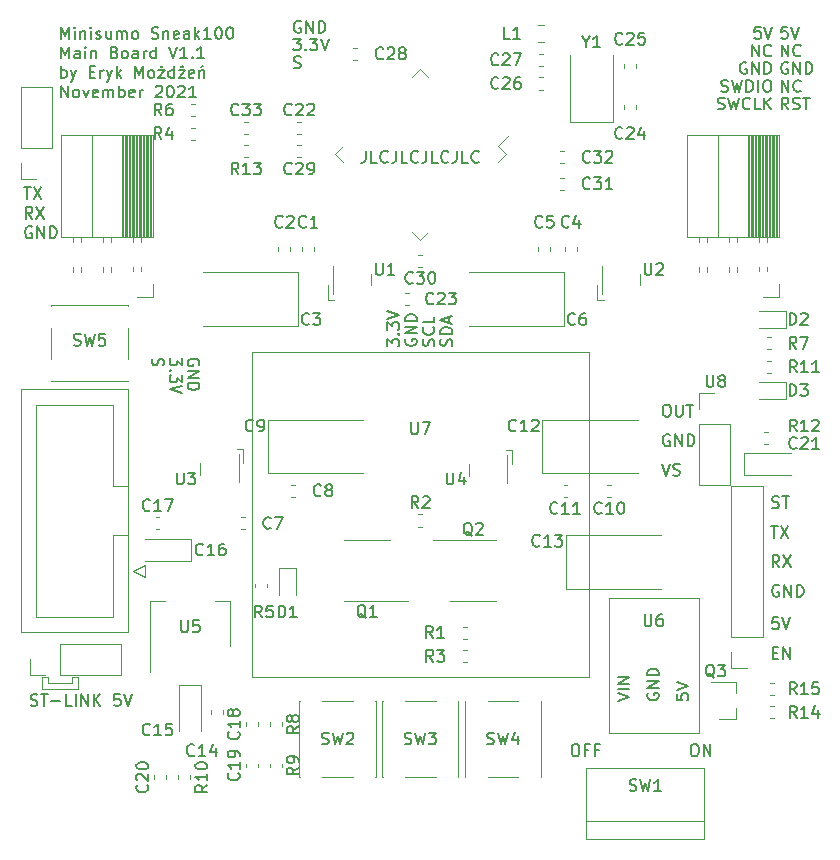
<source format=gbr>
%TF.GenerationSoftware,KiCad,Pcbnew,(5.1.6)-1*%
%TF.CreationDate,2021-11-17T22:19:31+01:00*%
%TF.ProjectId,sneak100_main_board,736e6561-6b31-4303-905f-6d61696e5f62,rev?*%
%TF.SameCoordinates,Original*%
%TF.FileFunction,Legend,Top*%
%TF.FilePolarity,Positive*%
%FSLAX46Y46*%
G04 Gerber Fmt 4.6, Leading zero omitted, Abs format (unit mm)*
G04 Created by KiCad (PCBNEW (5.1.6)-1) date 2021-11-17 22:19:31*
%MOMM*%
%LPD*%
G01*
G04 APERTURE LIST*
%ADD10C,0.150000*%
%ADD11C,0.120000*%
G04 APERTURE END LIST*
D10*
X114192738Y-62802380D02*
X114764166Y-62802380D01*
X114478452Y-63802380D02*
X114478452Y-62802380D01*
X115002261Y-62802380D02*
X115668928Y-63802380D01*
X115668928Y-62802380D02*
X115002261Y-63802380D01*
X114907023Y-65452380D02*
X114573690Y-64976190D01*
X114335595Y-65452380D02*
X114335595Y-64452380D01*
X114716547Y-64452380D01*
X114811785Y-64500000D01*
X114859404Y-64547619D01*
X114907023Y-64642857D01*
X114907023Y-64785714D01*
X114859404Y-64880952D01*
X114811785Y-64928571D01*
X114716547Y-64976190D01*
X114335595Y-64976190D01*
X115240357Y-64452380D02*
X115907023Y-65452380D01*
X115907023Y-64452380D02*
X115240357Y-65452380D01*
X114859404Y-66150000D02*
X114764166Y-66102380D01*
X114621309Y-66102380D01*
X114478452Y-66150000D01*
X114383214Y-66245238D01*
X114335595Y-66340476D01*
X114287976Y-66530952D01*
X114287976Y-66673809D01*
X114335595Y-66864285D01*
X114383214Y-66959523D01*
X114478452Y-67054761D01*
X114621309Y-67102380D01*
X114716547Y-67102380D01*
X114859404Y-67054761D01*
X114907023Y-67007142D01*
X114907023Y-66673809D01*
X114716547Y-66673809D01*
X115335595Y-67102380D02*
X115335595Y-66102380D01*
X115907023Y-67102380D01*
X115907023Y-66102380D01*
X116383214Y-67102380D02*
X116383214Y-66102380D01*
X116621309Y-66102380D01*
X116764166Y-66150000D01*
X116859404Y-66245238D01*
X116907023Y-66340476D01*
X116954642Y-66530952D01*
X116954642Y-66673809D01*
X116907023Y-66864285D01*
X116859404Y-66959523D01*
X116764166Y-67054761D01*
X116621309Y-67102380D01*
X116383214Y-67102380D01*
D11*
X116250000Y-104250000D02*
X115750000Y-104250000D01*
X116250000Y-104750000D02*
X116250000Y-104250000D01*
X118250000Y-104750000D02*
X116250000Y-104750000D01*
X118250000Y-104250000D02*
X118250000Y-104750000D01*
X118750000Y-104250000D02*
X118250000Y-104250000D01*
X118750000Y-105250000D02*
X118750000Y-104250000D01*
X115750000Y-105250000D02*
X118750000Y-105250000D01*
X115750000Y-104250000D02*
X115750000Y-105250000D01*
D10*
X170880952Y-109952380D02*
X171071428Y-109952380D01*
X171166666Y-110000000D01*
X171261904Y-110095238D01*
X171309523Y-110285714D01*
X171309523Y-110619047D01*
X171261904Y-110809523D01*
X171166666Y-110904761D01*
X171071428Y-110952380D01*
X170880952Y-110952380D01*
X170785714Y-110904761D01*
X170690476Y-110809523D01*
X170642857Y-110619047D01*
X170642857Y-110285714D01*
X170690476Y-110095238D01*
X170785714Y-110000000D01*
X170880952Y-109952380D01*
X171738095Y-110952380D02*
X171738095Y-109952380D01*
X172309523Y-110952380D01*
X172309523Y-109952380D01*
X160797619Y-109952380D02*
X160988095Y-109952380D01*
X161083333Y-110000000D01*
X161178571Y-110095238D01*
X161226190Y-110285714D01*
X161226190Y-110619047D01*
X161178571Y-110809523D01*
X161083333Y-110904761D01*
X160988095Y-110952380D01*
X160797619Y-110952380D01*
X160702380Y-110904761D01*
X160607142Y-110809523D01*
X160559523Y-110619047D01*
X160559523Y-110285714D01*
X160607142Y-110095238D01*
X160702380Y-110000000D01*
X160797619Y-109952380D01*
X161988095Y-110428571D02*
X161654761Y-110428571D01*
X161654761Y-110952380D02*
X161654761Y-109952380D01*
X162130952Y-109952380D01*
X162845238Y-110428571D02*
X162511904Y-110428571D01*
X162511904Y-110952380D02*
X162511904Y-109952380D01*
X162988095Y-109952380D01*
X150404761Y-76212023D02*
X150452380Y-76069166D01*
X150452380Y-75831071D01*
X150404761Y-75735833D01*
X150357142Y-75688214D01*
X150261904Y-75640595D01*
X150166666Y-75640595D01*
X150071428Y-75688214D01*
X150023809Y-75735833D01*
X149976190Y-75831071D01*
X149928571Y-76021547D01*
X149880952Y-76116785D01*
X149833333Y-76164404D01*
X149738095Y-76212023D01*
X149642857Y-76212023D01*
X149547619Y-76164404D01*
X149500000Y-76116785D01*
X149452380Y-76021547D01*
X149452380Y-75783452D01*
X149500000Y-75640595D01*
X150452380Y-75212023D02*
X149452380Y-75212023D01*
X149452380Y-74973928D01*
X149500000Y-74831071D01*
X149595238Y-74735833D01*
X149690476Y-74688214D01*
X149880952Y-74640595D01*
X150023809Y-74640595D01*
X150214285Y-74688214D01*
X150309523Y-74735833D01*
X150404761Y-74831071D01*
X150452380Y-74973928D01*
X150452380Y-75212023D01*
X150166666Y-74259642D02*
X150166666Y-73783452D01*
X150452380Y-74354880D02*
X149452380Y-74021547D01*
X150452380Y-73688214D01*
X148904761Y-76212023D02*
X148952380Y-76069166D01*
X148952380Y-75831071D01*
X148904761Y-75735833D01*
X148857142Y-75688214D01*
X148761904Y-75640595D01*
X148666666Y-75640595D01*
X148571428Y-75688214D01*
X148523809Y-75735833D01*
X148476190Y-75831071D01*
X148428571Y-76021547D01*
X148380952Y-76116785D01*
X148333333Y-76164404D01*
X148238095Y-76212023D01*
X148142857Y-76212023D01*
X148047619Y-76164404D01*
X148000000Y-76116785D01*
X147952380Y-76021547D01*
X147952380Y-75783452D01*
X148000000Y-75640595D01*
X148857142Y-74640595D02*
X148904761Y-74688214D01*
X148952380Y-74831071D01*
X148952380Y-74926309D01*
X148904761Y-75069166D01*
X148809523Y-75164404D01*
X148714285Y-75212023D01*
X148523809Y-75259642D01*
X148380952Y-75259642D01*
X148190476Y-75212023D01*
X148095238Y-75164404D01*
X148000000Y-75069166D01*
X147952380Y-74926309D01*
X147952380Y-74831071D01*
X148000000Y-74688214D01*
X148047619Y-74640595D01*
X148952380Y-73735833D02*
X148952380Y-74212023D01*
X147952380Y-74212023D01*
X146500000Y-75640595D02*
X146452380Y-75735833D01*
X146452380Y-75878690D01*
X146500000Y-76021547D01*
X146595238Y-76116785D01*
X146690476Y-76164404D01*
X146880952Y-76212023D01*
X147023809Y-76212023D01*
X147214285Y-76164404D01*
X147309523Y-76116785D01*
X147404761Y-76021547D01*
X147452380Y-75878690D01*
X147452380Y-75783452D01*
X147404761Y-75640595D01*
X147357142Y-75592976D01*
X147023809Y-75592976D01*
X147023809Y-75783452D01*
X147452380Y-75164404D02*
X146452380Y-75164404D01*
X147452380Y-74592976D01*
X146452380Y-74592976D01*
X147452380Y-74116785D02*
X146452380Y-74116785D01*
X146452380Y-73878690D01*
X146500000Y-73735833D01*
X146595238Y-73640595D01*
X146690476Y-73592976D01*
X146880952Y-73545357D01*
X147023809Y-73545357D01*
X147214285Y-73592976D01*
X147309523Y-73640595D01*
X147404761Y-73735833D01*
X147452380Y-73878690D01*
X147452380Y-74116785D01*
X144952380Y-76259642D02*
X144952380Y-75640595D01*
X145333333Y-75973928D01*
X145333333Y-75831071D01*
X145380952Y-75735833D01*
X145428571Y-75688214D01*
X145523809Y-75640595D01*
X145761904Y-75640595D01*
X145857142Y-75688214D01*
X145904761Y-75735833D01*
X145952380Y-75831071D01*
X145952380Y-76116785D01*
X145904761Y-76212023D01*
X145857142Y-76259642D01*
X145857142Y-75212023D02*
X145904761Y-75164404D01*
X145952380Y-75212023D01*
X145904761Y-75259642D01*
X145857142Y-75212023D01*
X145952380Y-75212023D01*
X144952380Y-74831071D02*
X144952380Y-74212023D01*
X145333333Y-74545357D01*
X145333333Y-74402500D01*
X145380952Y-74307261D01*
X145428571Y-74259642D01*
X145523809Y-74212023D01*
X145761904Y-74212023D01*
X145857142Y-74259642D01*
X145904761Y-74307261D01*
X145952380Y-74402500D01*
X145952380Y-74688214D01*
X145904761Y-74783452D01*
X145857142Y-74831071D01*
X144952380Y-73926309D02*
X145952380Y-73592976D01*
X144952380Y-73259642D01*
X114761904Y-106654761D02*
X114904761Y-106702380D01*
X115142857Y-106702380D01*
X115238095Y-106654761D01*
X115285714Y-106607142D01*
X115333333Y-106511904D01*
X115333333Y-106416666D01*
X115285714Y-106321428D01*
X115238095Y-106273809D01*
X115142857Y-106226190D01*
X114952380Y-106178571D01*
X114857142Y-106130952D01*
X114809523Y-106083333D01*
X114761904Y-105988095D01*
X114761904Y-105892857D01*
X114809523Y-105797619D01*
X114857142Y-105750000D01*
X114952380Y-105702380D01*
X115190476Y-105702380D01*
X115333333Y-105750000D01*
X115619047Y-105702380D02*
X116190476Y-105702380D01*
X115904761Y-106702380D02*
X115904761Y-105702380D01*
X116523809Y-106321428D02*
X117285714Y-106321428D01*
X118238095Y-106702380D02*
X117761904Y-106702380D01*
X117761904Y-105702380D01*
X118571428Y-106702380D02*
X118571428Y-105702380D01*
X119047619Y-106702380D02*
X119047619Y-105702380D01*
X119619047Y-106702380D01*
X119619047Y-105702380D01*
X120095238Y-106702380D02*
X120095238Y-105702380D01*
X120666666Y-106702380D02*
X120238095Y-106130952D01*
X120666666Y-105702380D02*
X120095238Y-106273809D01*
X122333333Y-105702380D02*
X121857142Y-105702380D01*
X121809523Y-106178571D01*
X121857142Y-106130952D01*
X121952380Y-106083333D01*
X122190476Y-106083333D01*
X122285714Y-106130952D01*
X122333333Y-106178571D01*
X122380952Y-106273809D01*
X122380952Y-106511904D01*
X122333333Y-106607142D01*
X122285714Y-106654761D01*
X122190476Y-106702380D01*
X121952380Y-106702380D01*
X121857142Y-106654761D01*
X121809523Y-106607142D01*
X122666666Y-105702380D02*
X123000000Y-106702380D01*
X123333333Y-105702380D01*
X169452380Y-105688214D02*
X169452380Y-106164404D01*
X169928571Y-106212023D01*
X169880952Y-106164404D01*
X169833333Y-106069166D01*
X169833333Y-105831071D01*
X169880952Y-105735833D01*
X169928571Y-105688214D01*
X170023809Y-105640595D01*
X170261904Y-105640595D01*
X170357142Y-105688214D01*
X170404761Y-105735833D01*
X170452380Y-105831071D01*
X170452380Y-106069166D01*
X170404761Y-106164404D01*
X170357142Y-106212023D01*
X169452380Y-105354880D02*
X170452380Y-105021547D01*
X169452380Y-104688214D01*
X167000000Y-105640595D02*
X166952380Y-105735833D01*
X166952380Y-105878690D01*
X167000000Y-106021547D01*
X167095238Y-106116785D01*
X167190476Y-106164404D01*
X167380952Y-106212023D01*
X167523809Y-106212023D01*
X167714285Y-106164404D01*
X167809523Y-106116785D01*
X167904761Y-106021547D01*
X167952380Y-105878690D01*
X167952380Y-105783452D01*
X167904761Y-105640595D01*
X167857142Y-105592976D01*
X167523809Y-105592976D01*
X167523809Y-105783452D01*
X167952380Y-105164404D02*
X166952380Y-105164404D01*
X167952380Y-104592976D01*
X166952380Y-104592976D01*
X167952380Y-104116785D02*
X166952380Y-104116785D01*
X166952380Y-103878690D01*
X167000000Y-103735833D01*
X167095238Y-103640595D01*
X167190476Y-103592976D01*
X167380952Y-103545357D01*
X167523809Y-103545357D01*
X167714285Y-103592976D01*
X167809523Y-103640595D01*
X167904761Y-103735833D01*
X167952380Y-103878690D01*
X167952380Y-104116785D01*
X164452380Y-106307261D02*
X165452380Y-105973928D01*
X164452380Y-105640595D01*
X165452380Y-105307261D02*
X164452380Y-105307261D01*
X165452380Y-104831071D02*
X164452380Y-104831071D01*
X165452380Y-104259642D01*
X164452380Y-104259642D01*
X168192738Y-86202380D02*
X168526071Y-87202380D01*
X168859404Y-86202380D01*
X169145119Y-87154761D02*
X169287976Y-87202380D01*
X169526071Y-87202380D01*
X169621309Y-87154761D01*
X169668928Y-87107142D01*
X169716547Y-87011904D01*
X169716547Y-86916666D01*
X169668928Y-86821428D01*
X169621309Y-86773809D01*
X169526071Y-86726190D01*
X169335595Y-86678571D01*
X169240357Y-86630952D01*
X169192738Y-86583333D01*
X169145119Y-86488095D01*
X169145119Y-86392857D01*
X169192738Y-86297619D01*
X169240357Y-86250000D01*
X169335595Y-86202380D01*
X169573690Y-86202380D01*
X169716547Y-86250000D01*
X168859404Y-83750000D02*
X168764166Y-83702380D01*
X168621309Y-83702380D01*
X168478452Y-83750000D01*
X168383214Y-83845238D01*
X168335595Y-83940476D01*
X168287976Y-84130952D01*
X168287976Y-84273809D01*
X168335595Y-84464285D01*
X168383214Y-84559523D01*
X168478452Y-84654761D01*
X168621309Y-84702380D01*
X168716547Y-84702380D01*
X168859404Y-84654761D01*
X168907023Y-84607142D01*
X168907023Y-84273809D01*
X168716547Y-84273809D01*
X169335595Y-84702380D02*
X169335595Y-83702380D01*
X169907023Y-84702380D01*
X169907023Y-83702380D01*
X170383214Y-84702380D02*
X170383214Y-83702380D01*
X170621309Y-83702380D01*
X170764166Y-83750000D01*
X170859404Y-83845238D01*
X170907023Y-83940476D01*
X170954642Y-84130952D01*
X170954642Y-84273809D01*
X170907023Y-84464285D01*
X170859404Y-84559523D01*
X170764166Y-84654761D01*
X170621309Y-84702380D01*
X170383214Y-84702380D01*
X168526071Y-81202380D02*
X168716547Y-81202380D01*
X168811785Y-81250000D01*
X168907023Y-81345238D01*
X168954642Y-81535714D01*
X168954642Y-81869047D01*
X168907023Y-82059523D01*
X168811785Y-82154761D01*
X168716547Y-82202380D01*
X168526071Y-82202380D01*
X168430833Y-82154761D01*
X168335595Y-82059523D01*
X168287976Y-81869047D01*
X168287976Y-81535714D01*
X168335595Y-81345238D01*
X168430833Y-81250000D01*
X168526071Y-81202380D01*
X169383214Y-81202380D02*
X169383214Y-82011904D01*
X169430833Y-82107142D01*
X169478452Y-82154761D01*
X169573690Y-82202380D01*
X169764166Y-82202380D01*
X169859404Y-82154761D01*
X169907023Y-82107142D01*
X169954642Y-82011904D01*
X169954642Y-81202380D01*
X170287976Y-81202380D02*
X170859404Y-81202380D01*
X170573690Y-82202380D02*
X170573690Y-81202380D01*
X137037976Y-52654761D02*
X137180833Y-52702380D01*
X137418928Y-52702380D01*
X137514166Y-52654761D01*
X137561785Y-52607142D01*
X137609404Y-52511904D01*
X137609404Y-52416666D01*
X137561785Y-52321428D01*
X137514166Y-52273809D01*
X137418928Y-52226190D01*
X137228452Y-52178571D01*
X137133214Y-52130952D01*
X137085595Y-52083333D01*
X137037976Y-51988095D01*
X137037976Y-51892857D01*
X137085595Y-51797619D01*
X137133214Y-51750000D01*
X137228452Y-51702380D01*
X137466547Y-51702380D01*
X137609404Y-51750000D01*
X136990357Y-50202380D02*
X137609404Y-50202380D01*
X137276071Y-50583333D01*
X137418928Y-50583333D01*
X137514166Y-50630952D01*
X137561785Y-50678571D01*
X137609404Y-50773809D01*
X137609404Y-51011904D01*
X137561785Y-51107142D01*
X137514166Y-51154761D01*
X137418928Y-51202380D01*
X137133214Y-51202380D01*
X137037976Y-51154761D01*
X136990357Y-51107142D01*
X138037976Y-51107142D02*
X138085595Y-51154761D01*
X138037976Y-51202380D01*
X137990357Y-51154761D01*
X138037976Y-51107142D01*
X138037976Y-51202380D01*
X138418928Y-50202380D02*
X139037976Y-50202380D01*
X138704642Y-50583333D01*
X138847500Y-50583333D01*
X138942738Y-50630952D01*
X138990357Y-50678571D01*
X139037976Y-50773809D01*
X139037976Y-51011904D01*
X138990357Y-51107142D01*
X138942738Y-51154761D01*
X138847500Y-51202380D01*
X138561785Y-51202380D01*
X138466547Y-51154761D01*
X138418928Y-51107142D01*
X139323690Y-50202380D02*
X139657023Y-51202380D01*
X139990357Y-50202380D01*
X137609404Y-48750000D02*
X137514166Y-48702380D01*
X137371309Y-48702380D01*
X137228452Y-48750000D01*
X137133214Y-48845238D01*
X137085595Y-48940476D01*
X137037976Y-49130952D01*
X137037976Y-49273809D01*
X137085595Y-49464285D01*
X137133214Y-49559523D01*
X137228452Y-49654761D01*
X137371309Y-49702380D01*
X137466547Y-49702380D01*
X137609404Y-49654761D01*
X137657023Y-49607142D01*
X137657023Y-49273809D01*
X137466547Y-49273809D01*
X138085595Y-49702380D02*
X138085595Y-48702380D01*
X138657023Y-49702380D01*
X138657023Y-48702380D01*
X139133214Y-49702380D02*
X139133214Y-48702380D01*
X139371309Y-48702380D01*
X139514166Y-48750000D01*
X139609404Y-48845238D01*
X139657023Y-48940476D01*
X139704642Y-49130952D01*
X139704642Y-49273809D01*
X139657023Y-49464285D01*
X139609404Y-49559523D01*
X139514166Y-49654761D01*
X139371309Y-49702380D01*
X139133214Y-49702380D01*
X125095238Y-77287976D02*
X125047619Y-77430833D01*
X125047619Y-77668928D01*
X125095238Y-77764166D01*
X125142857Y-77811785D01*
X125238095Y-77859404D01*
X125333333Y-77859404D01*
X125428571Y-77811785D01*
X125476190Y-77764166D01*
X125523809Y-77668928D01*
X125571428Y-77478452D01*
X125619047Y-77383214D01*
X125666666Y-77335595D01*
X125761904Y-77287976D01*
X125857142Y-77287976D01*
X125952380Y-77335595D01*
X126000000Y-77383214D01*
X126047619Y-77478452D01*
X126047619Y-77716547D01*
X126000000Y-77859404D01*
X127547619Y-77240357D02*
X127547619Y-77859404D01*
X127166666Y-77526071D01*
X127166666Y-77668928D01*
X127119047Y-77764166D01*
X127071428Y-77811785D01*
X126976190Y-77859404D01*
X126738095Y-77859404D01*
X126642857Y-77811785D01*
X126595238Y-77764166D01*
X126547619Y-77668928D01*
X126547619Y-77383214D01*
X126595238Y-77287976D01*
X126642857Y-77240357D01*
X126642857Y-78287976D02*
X126595238Y-78335595D01*
X126547619Y-78287976D01*
X126595238Y-78240357D01*
X126642857Y-78287976D01*
X126547619Y-78287976D01*
X127547619Y-78668928D02*
X127547619Y-79287976D01*
X127166666Y-78954642D01*
X127166666Y-79097500D01*
X127119047Y-79192738D01*
X127071428Y-79240357D01*
X126976190Y-79287976D01*
X126738095Y-79287976D01*
X126642857Y-79240357D01*
X126595238Y-79192738D01*
X126547619Y-79097500D01*
X126547619Y-78811785D01*
X126595238Y-78716547D01*
X126642857Y-78668928D01*
X127547619Y-79573690D02*
X126547619Y-79907023D01*
X127547619Y-80240357D01*
X129000000Y-77859404D02*
X129047619Y-77764166D01*
X129047619Y-77621309D01*
X129000000Y-77478452D01*
X128904761Y-77383214D01*
X128809523Y-77335595D01*
X128619047Y-77287976D01*
X128476190Y-77287976D01*
X128285714Y-77335595D01*
X128190476Y-77383214D01*
X128095238Y-77478452D01*
X128047619Y-77621309D01*
X128047619Y-77716547D01*
X128095238Y-77859404D01*
X128142857Y-77907023D01*
X128476190Y-77907023D01*
X128476190Y-77716547D01*
X128047619Y-78335595D02*
X129047619Y-78335595D01*
X128047619Y-78907023D01*
X129047619Y-78907023D01*
X128047619Y-79383214D02*
X129047619Y-79383214D01*
X129047619Y-79621309D01*
X129000000Y-79764166D01*
X128904761Y-79859404D01*
X128809523Y-79907023D01*
X128619047Y-79954642D01*
X128476190Y-79954642D01*
X128285714Y-79907023D01*
X128190476Y-79859404D01*
X128095238Y-79764166D01*
X128047619Y-79621309D01*
X128047619Y-79383214D01*
X143130952Y-59702380D02*
X143130952Y-60416666D01*
X143083333Y-60559523D01*
X142988095Y-60654761D01*
X142845238Y-60702380D01*
X142750000Y-60702380D01*
X144083333Y-60702380D02*
X143607142Y-60702380D01*
X143607142Y-59702380D01*
X144988095Y-60607142D02*
X144940476Y-60654761D01*
X144797619Y-60702380D01*
X144702380Y-60702380D01*
X144559523Y-60654761D01*
X144464285Y-60559523D01*
X144416666Y-60464285D01*
X144369047Y-60273809D01*
X144369047Y-60130952D01*
X144416666Y-59940476D01*
X144464285Y-59845238D01*
X144559523Y-59750000D01*
X144702380Y-59702380D01*
X144797619Y-59702380D01*
X144940476Y-59750000D01*
X144988095Y-59797619D01*
X145702380Y-59702380D02*
X145702380Y-60416666D01*
X145654761Y-60559523D01*
X145559523Y-60654761D01*
X145416666Y-60702380D01*
X145321428Y-60702380D01*
X146654761Y-60702380D02*
X146178571Y-60702380D01*
X146178571Y-59702380D01*
X147559523Y-60607142D02*
X147511904Y-60654761D01*
X147369047Y-60702380D01*
X147273809Y-60702380D01*
X147130952Y-60654761D01*
X147035714Y-60559523D01*
X146988095Y-60464285D01*
X146940476Y-60273809D01*
X146940476Y-60130952D01*
X146988095Y-59940476D01*
X147035714Y-59845238D01*
X147130952Y-59750000D01*
X147273809Y-59702380D01*
X147369047Y-59702380D01*
X147511904Y-59750000D01*
X147559523Y-59797619D01*
X148273809Y-59702380D02*
X148273809Y-60416666D01*
X148226190Y-60559523D01*
X148130952Y-60654761D01*
X147988095Y-60702380D01*
X147892857Y-60702380D01*
X149226190Y-60702380D02*
X148750000Y-60702380D01*
X148750000Y-59702380D01*
X150130952Y-60607142D02*
X150083333Y-60654761D01*
X149940476Y-60702380D01*
X149845238Y-60702380D01*
X149702380Y-60654761D01*
X149607142Y-60559523D01*
X149559523Y-60464285D01*
X149511904Y-60273809D01*
X149511904Y-60130952D01*
X149559523Y-59940476D01*
X149607142Y-59845238D01*
X149702380Y-59750000D01*
X149845238Y-59702380D01*
X149940476Y-59702380D01*
X150083333Y-59750000D01*
X150130952Y-59797619D01*
X150845238Y-59702380D02*
X150845238Y-60416666D01*
X150797619Y-60559523D01*
X150702380Y-60654761D01*
X150559523Y-60702380D01*
X150464285Y-60702380D01*
X151797619Y-60702380D02*
X151321428Y-60702380D01*
X151321428Y-59702380D01*
X152702380Y-60607142D02*
X152654761Y-60654761D01*
X152511904Y-60702380D01*
X152416666Y-60702380D01*
X152273809Y-60654761D01*
X152178571Y-60559523D01*
X152130952Y-60464285D01*
X152083333Y-60273809D01*
X152083333Y-60130952D01*
X152130952Y-59940476D01*
X152178571Y-59845238D01*
X152273809Y-59750000D01*
X152416666Y-59702380D01*
X152511904Y-59702380D01*
X152654761Y-59750000D01*
X152702380Y-59797619D01*
X117335595Y-50227380D02*
X117335595Y-49227380D01*
X117668928Y-49941666D01*
X118002261Y-49227380D01*
X118002261Y-50227380D01*
X118478452Y-50227380D02*
X118478452Y-49560714D01*
X118478452Y-49227380D02*
X118430833Y-49275000D01*
X118478452Y-49322619D01*
X118526071Y-49275000D01*
X118478452Y-49227380D01*
X118478452Y-49322619D01*
X118954642Y-49560714D02*
X118954642Y-50227380D01*
X118954642Y-49655952D02*
X119002261Y-49608333D01*
X119097500Y-49560714D01*
X119240357Y-49560714D01*
X119335595Y-49608333D01*
X119383214Y-49703571D01*
X119383214Y-50227380D01*
X119859404Y-50227380D02*
X119859404Y-49560714D01*
X119859404Y-49227380D02*
X119811785Y-49275000D01*
X119859404Y-49322619D01*
X119907023Y-49275000D01*
X119859404Y-49227380D01*
X119859404Y-49322619D01*
X120287976Y-50179761D02*
X120383214Y-50227380D01*
X120573690Y-50227380D01*
X120668928Y-50179761D01*
X120716547Y-50084523D01*
X120716547Y-50036904D01*
X120668928Y-49941666D01*
X120573690Y-49894047D01*
X120430833Y-49894047D01*
X120335595Y-49846428D01*
X120287976Y-49751190D01*
X120287976Y-49703571D01*
X120335595Y-49608333D01*
X120430833Y-49560714D01*
X120573690Y-49560714D01*
X120668928Y-49608333D01*
X121573690Y-49560714D02*
X121573690Y-50227380D01*
X121145119Y-49560714D02*
X121145119Y-50084523D01*
X121192738Y-50179761D01*
X121287976Y-50227380D01*
X121430833Y-50227380D01*
X121526071Y-50179761D01*
X121573690Y-50132142D01*
X122049880Y-50227380D02*
X122049880Y-49560714D01*
X122049880Y-49655952D02*
X122097500Y-49608333D01*
X122192738Y-49560714D01*
X122335595Y-49560714D01*
X122430833Y-49608333D01*
X122478452Y-49703571D01*
X122478452Y-50227380D01*
X122478452Y-49703571D02*
X122526071Y-49608333D01*
X122621309Y-49560714D01*
X122764166Y-49560714D01*
X122859404Y-49608333D01*
X122907023Y-49703571D01*
X122907023Y-50227380D01*
X123526071Y-50227380D02*
X123430833Y-50179761D01*
X123383214Y-50132142D01*
X123335595Y-50036904D01*
X123335595Y-49751190D01*
X123383214Y-49655952D01*
X123430833Y-49608333D01*
X123526071Y-49560714D01*
X123668928Y-49560714D01*
X123764166Y-49608333D01*
X123811785Y-49655952D01*
X123859404Y-49751190D01*
X123859404Y-50036904D01*
X123811785Y-50132142D01*
X123764166Y-50179761D01*
X123668928Y-50227380D01*
X123526071Y-50227380D01*
X125002261Y-50179761D02*
X125145119Y-50227380D01*
X125383214Y-50227380D01*
X125478452Y-50179761D01*
X125526071Y-50132142D01*
X125573690Y-50036904D01*
X125573690Y-49941666D01*
X125526071Y-49846428D01*
X125478452Y-49798809D01*
X125383214Y-49751190D01*
X125192738Y-49703571D01*
X125097500Y-49655952D01*
X125049880Y-49608333D01*
X125002261Y-49513095D01*
X125002261Y-49417857D01*
X125049880Y-49322619D01*
X125097500Y-49275000D01*
X125192738Y-49227380D01*
X125430833Y-49227380D01*
X125573690Y-49275000D01*
X126002261Y-49560714D02*
X126002261Y-50227380D01*
X126002261Y-49655952D02*
X126049880Y-49608333D01*
X126145119Y-49560714D01*
X126287976Y-49560714D01*
X126383214Y-49608333D01*
X126430833Y-49703571D01*
X126430833Y-50227380D01*
X127287976Y-50179761D02*
X127192738Y-50227380D01*
X127002261Y-50227380D01*
X126907023Y-50179761D01*
X126859404Y-50084523D01*
X126859404Y-49703571D01*
X126907023Y-49608333D01*
X127002261Y-49560714D01*
X127192738Y-49560714D01*
X127287976Y-49608333D01*
X127335595Y-49703571D01*
X127335595Y-49798809D01*
X126859404Y-49894047D01*
X128192738Y-50227380D02*
X128192738Y-49703571D01*
X128145119Y-49608333D01*
X128049880Y-49560714D01*
X127859404Y-49560714D01*
X127764166Y-49608333D01*
X128192738Y-50179761D02*
X128097500Y-50227380D01*
X127859404Y-50227380D01*
X127764166Y-50179761D01*
X127716547Y-50084523D01*
X127716547Y-49989285D01*
X127764166Y-49894047D01*
X127859404Y-49846428D01*
X128097500Y-49846428D01*
X128192738Y-49798809D01*
X128668928Y-50227380D02*
X128668928Y-49227380D01*
X128764166Y-49846428D02*
X129049880Y-50227380D01*
X129049880Y-49560714D02*
X128668928Y-49941666D01*
X130002261Y-50227380D02*
X129430833Y-50227380D01*
X129716547Y-50227380D02*
X129716547Y-49227380D01*
X129621309Y-49370238D01*
X129526071Y-49465476D01*
X129430833Y-49513095D01*
X130621309Y-49227380D02*
X130716547Y-49227380D01*
X130811785Y-49275000D01*
X130859404Y-49322619D01*
X130907023Y-49417857D01*
X130954642Y-49608333D01*
X130954642Y-49846428D01*
X130907023Y-50036904D01*
X130859404Y-50132142D01*
X130811785Y-50179761D01*
X130716547Y-50227380D01*
X130621309Y-50227380D01*
X130526071Y-50179761D01*
X130478452Y-50132142D01*
X130430833Y-50036904D01*
X130383214Y-49846428D01*
X130383214Y-49608333D01*
X130430833Y-49417857D01*
X130478452Y-49322619D01*
X130526071Y-49275000D01*
X130621309Y-49227380D01*
X131573690Y-49227380D02*
X131668928Y-49227380D01*
X131764166Y-49275000D01*
X131811785Y-49322619D01*
X131859404Y-49417857D01*
X131907023Y-49608333D01*
X131907023Y-49846428D01*
X131859404Y-50036904D01*
X131811785Y-50132142D01*
X131764166Y-50179761D01*
X131668928Y-50227380D01*
X131573690Y-50227380D01*
X131478452Y-50179761D01*
X131430833Y-50132142D01*
X131383214Y-50036904D01*
X131335595Y-49846428D01*
X131335595Y-49608333D01*
X131383214Y-49417857D01*
X131430833Y-49322619D01*
X131478452Y-49275000D01*
X131573690Y-49227380D01*
X117335595Y-51877380D02*
X117335595Y-50877380D01*
X117668928Y-51591666D01*
X118002261Y-50877380D01*
X118002261Y-51877380D01*
X118907023Y-51877380D02*
X118907023Y-51353571D01*
X118859404Y-51258333D01*
X118764166Y-51210714D01*
X118573690Y-51210714D01*
X118478452Y-51258333D01*
X118907023Y-51829761D02*
X118811785Y-51877380D01*
X118573690Y-51877380D01*
X118478452Y-51829761D01*
X118430833Y-51734523D01*
X118430833Y-51639285D01*
X118478452Y-51544047D01*
X118573690Y-51496428D01*
X118811785Y-51496428D01*
X118907023Y-51448809D01*
X119383214Y-51877380D02*
X119383214Y-51210714D01*
X119383214Y-50877380D02*
X119335595Y-50925000D01*
X119383214Y-50972619D01*
X119430833Y-50925000D01*
X119383214Y-50877380D01*
X119383214Y-50972619D01*
X119859404Y-51210714D02*
X119859404Y-51877380D01*
X119859404Y-51305952D02*
X119907023Y-51258333D01*
X120002261Y-51210714D01*
X120145119Y-51210714D01*
X120240357Y-51258333D01*
X120287976Y-51353571D01*
X120287976Y-51877380D01*
X121859404Y-51353571D02*
X122002261Y-51401190D01*
X122049880Y-51448809D01*
X122097500Y-51544047D01*
X122097500Y-51686904D01*
X122049880Y-51782142D01*
X122002261Y-51829761D01*
X121907023Y-51877380D01*
X121526071Y-51877380D01*
X121526071Y-50877380D01*
X121859404Y-50877380D01*
X121954642Y-50925000D01*
X122002261Y-50972619D01*
X122049880Y-51067857D01*
X122049880Y-51163095D01*
X122002261Y-51258333D01*
X121954642Y-51305952D01*
X121859404Y-51353571D01*
X121526071Y-51353571D01*
X122668928Y-51877380D02*
X122573690Y-51829761D01*
X122526071Y-51782142D01*
X122478452Y-51686904D01*
X122478452Y-51401190D01*
X122526071Y-51305952D01*
X122573690Y-51258333D01*
X122668928Y-51210714D01*
X122811785Y-51210714D01*
X122907023Y-51258333D01*
X122954642Y-51305952D01*
X123002261Y-51401190D01*
X123002261Y-51686904D01*
X122954642Y-51782142D01*
X122907023Y-51829761D01*
X122811785Y-51877380D01*
X122668928Y-51877380D01*
X123859404Y-51877380D02*
X123859404Y-51353571D01*
X123811785Y-51258333D01*
X123716547Y-51210714D01*
X123526071Y-51210714D01*
X123430833Y-51258333D01*
X123859404Y-51829761D02*
X123764166Y-51877380D01*
X123526071Y-51877380D01*
X123430833Y-51829761D01*
X123383214Y-51734523D01*
X123383214Y-51639285D01*
X123430833Y-51544047D01*
X123526071Y-51496428D01*
X123764166Y-51496428D01*
X123859404Y-51448809D01*
X124335595Y-51877380D02*
X124335595Y-51210714D01*
X124335595Y-51401190D02*
X124383214Y-51305952D01*
X124430833Y-51258333D01*
X124526071Y-51210714D01*
X124621309Y-51210714D01*
X125383214Y-51877380D02*
X125383214Y-50877380D01*
X125383214Y-51829761D02*
X125287976Y-51877380D01*
X125097500Y-51877380D01*
X125002261Y-51829761D01*
X124954642Y-51782142D01*
X124907023Y-51686904D01*
X124907023Y-51401190D01*
X124954642Y-51305952D01*
X125002261Y-51258333D01*
X125097500Y-51210714D01*
X125287976Y-51210714D01*
X125383214Y-51258333D01*
X126478452Y-50877380D02*
X126811785Y-51877380D01*
X127145119Y-50877380D01*
X128002261Y-51877380D02*
X127430833Y-51877380D01*
X127716547Y-51877380D02*
X127716547Y-50877380D01*
X127621309Y-51020238D01*
X127526071Y-51115476D01*
X127430833Y-51163095D01*
X128430833Y-51782142D02*
X128478452Y-51829761D01*
X128430833Y-51877380D01*
X128383214Y-51829761D01*
X128430833Y-51782142D01*
X128430833Y-51877380D01*
X129430833Y-51877380D02*
X128859404Y-51877380D01*
X129145119Y-51877380D02*
X129145119Y-50877380D01*
X129049880Y-51020238D01*
X128954642Y-51115476D01*
X128859404Y-51163095D01*
X117335595Y-53527380D02*
X117335595Y-52527380D01*
X117335595Y-52908333D02*
X117430833Y-52860714D01*
X117621309Y-52860714D01*
X117716547Y-52908333D01*
X117764166Y-52955952D01*
X117811785Y-53051190D01*
X117811785Y-53336904D01*
X117764166Y-53432142D01*
X117716547Y-53479761D01*
X117621309Y-53527380D01*
X117430833Y-53527380D01*
X117335595Y-53479761D01*
X118145119Y-52860714D02*
X118383214Y-53527380D01*
X118621309Y-52860714D02*
X118383214Y-53527380D01*
X118287976Y-53765476D01*
X118240357Y-53813095D01*
X118145119Y-53860714D01*
X119764166Y-53003571D02*
X120097500Y-53003571D01*
X120240357Y-53527380D02*
X119764166Y-53527380D01*
X119764166Y-52527380D01*
X120240357Y-52527380D01*
X120668928Y-53527380D02*
X120668928Y-52860714D01*
X120668928Y-53051190D02*
X120716547Y-52955952D01*
X120764166Y-52908333D01*
X120859404Y-52860714D01*
X120954642Y-52860714D01*
X121192738Y-52860714D02*
X121430833Y-53527380D01*
X121668928Y-52860714D02*
X121430833Y-53527380D01*
X121335595Y-53765476D01*
X121287976Y-53813095D01*
X121192738Y-53860714D01*
X122049880Y-53527380D02*
X122049880Y-52527380D01*
X122145119Y-53146428D02*
X122430833Y-53527380D01*
X122430833Y-52860714D02*
X122049880Y-53241666D01*
X123621309Y-53527380D02*
X123621309Y-52527380D01*
X123954642Y-53241666D01*
X124287976Y-52527380D01*
X124287976Y-53527380D01*
X124907023Y-53527380D02*
X124811785Y-53479761D01*
X124764166Y-53432142D01*
X124716547Y-53336904D01*
X124716547Y-53051190D01*
X124764166Y-52955952D01*
X124811785Y-52908333D01*
X124907023Y-52860714D01*
X125049880Y-52860714D01*
X125145119Y-52908333D01*
X125192738Y-52955952D01*
X125240357Y-53051190D01*
X125240357Y-53336904D01*
X125192738Y-53432142D01*
X125145119Y-53479761D01*
X125049880Y-53527380D01*
X124907023Y-53527380D01*
X125573690Y-52860714D02*
X126097500Y-52860714D01*
X125573690Y-53527380D01*
X126097500Y-53527380D01*
X125859404Y-52527380D02*
X125811785Y-52575000D01*
X125859404Y-52622619D01*
X125907023Y-52575000D01*
X125859404Y-52527380D01*
X125859404Y-52622619D01*
X126907023Y-53527380D02*
X126907023Y-52527380D01*
X126907023Y-53479761D02*
X126811785Y-53527380D01*
X126621309Y-53527380D01*
X126526071Y-53479761D01*
X126478452Y-53432142D01*
X126430833Y-53336904D01*
X126430833Y-53051190D01*
X126478452Y-52955952D01*
X126526071Y-52908333D01*
X126621309Y-52860714D01*
X126811785Y-52860714D01*
X126907023Y-52908333D01*
X127287976Y-52860714D02*
X127811785Y-52860714D01*
X127287976Y-53527380D01*
X127811785Y-53527380D01*
X127573690Y-52527380D02*
X127526071Y-52575000D01*
X127573690Y-52622619D01*
X127621309Y-52575000D01*
X127573690Y-52527380D01*
X127573690Y-52622619D01*
X128573690Y-53479761D02*
X128478452Y-53527380D01*
X128287976Y-53527380D01*
X128192738Y-53479761D01*
X128145119Y-53384523D01*
X128145119Y-53003571D01*
X128192738Y-52908333D01*
X128287976Y-52860714D01*
X128478452Y-52860714D01*
X128573690Y-52908333D01*
X128621309Y-53003571D01*
X128621309Y-53098809D01*
X128145119Y-53194047D01*
X129049880Y-52860714D02*
X129049880Y-53527380D01*
X129049880Y-52955952D02*
X129097500Y-52908333D01*
X129192738Y-52860714D01*
X129335595Y-52860714D01*
X129430833Y-52908333D01*
X129478452Y-53003571D01*
X129478452Y-53527380D01*
X129335595Y-52479761D02*
X129192738Y-52622619D01*
X117335595Y-55177380D02*
X117335595Y-54177380D01*
X117907023Y-55177380D01*
X117907023Y-54177380D01*
X118526071Y-55177380D02*
X118430833Y-55129761D01*
X118383214Y-55082142D01*
X118335595Y-54986904D01*
X118335595Y-54701190D01*
X118383214Y-54605952D01*
X118430833Y-54558333D01*
X118526071Y-54510714D01*
X118668928Y-54510714D01*
X118764166Y-54558333D01*
X118811785Y-54605952D01*
X118859404Y-54701190D01*
X118859404Y-54986904D01*
X118811785Y-55082142D01*
X118764166Y-55129761D01*
X118668928Y-55177380D01*
X118526071Y-55177380D01*
X119192738Y-54510714D02*
X119430833Y-55177380D01*
X119668928Y-54510714D01*
X120430833Y-55129761D02*
X120335595Y-55177380D01*
X120145119Y-55177380D01*
X120049880Y-55129761D01*
X120002261Y-55034523D01*
X120002261Y-54653571D01*
X120049880Y-54558333D01*
X120145119Y-54510714D01*
X120335595Y-54510714D01*
X120430833Y-54558333D01*
X120478452Y-54653571D01*
X120478452Y-54748809D01*
X120002261Y-54844047D01*
X120907023Y-55177380D02*
X120907023Y-54510714D01*
X120907023Y-54605952D02*
X120954642Y-54558333D01*
X121049880Y-54510714D01*
X121192738Y-54510714D01*
X121287976Y-54558333D01*
X121335595Y-54653571D01*
X121335595Y-55177380D01*
X121335595Y-54653571D02*
X121383214Y-54558333D01*
X121478452Y-54510714D01*
X121621309Y-54510714D01*
X121716547Y-54558333D01*
X121764166Y-54653571D01*
X121764166Y-55177380D01*
X122240357Y-55177380D02*
X122240357Y-54177380D01*
X122240357Y-54558333D02*
X122335595Y-54510714D01*
X122526071Y-54510714D01*
X122621309Y-54558333D01*
X122668928Y-54605952D01*
X122716547Y-54701190D01*
X122716547Y-54986904D01*
X122668928Y-55082142D01*
X122621309Y-55129761D01*
X122526071Y-55177380D01*
X122335595Y-55177380D01*
X122240357Y-55129761D01*
X123526071Y-55129761D02*
X123430833Y-55177380D01*
X123240357Y-55177380D01*
X123145119Y-55129761D01*
X123097500Y-55034523D01*
X123097500Y-54653571D01*
X123145119Y-54558333D01*
X123240357Y-54510714D01*
X123430833Y-54510714D01*
X123526071Y-54558333D01*
X123573690Y-54653571D01*
X123573690Y-54748809D01*
X123097500Y-54844047D01*
X124002261Y-55177380D02*
X124002261Y-54510714D01*
X124002261Y-54701190D02*
X124049880Y-54605952D01*
X124097500Y-54558333D01*
X124192738Y-54510714D01*
X124287976Y-54510714D01*
X125335595Y-54272619D02*
X125383214Y-54225000D01*
X125478452Y-54177380D01*
X125716547Y-54177380D01*
X125811785Y-54225000D01*
X125859404Y-54272619D01*
X125907023Y-54367857D01*
X125907023Y-54463095D01*
X125859404Y-54605952D01*
X125287976Y-55177380D01*
X125907023Y-55177380D01*
X126526071Y-54177380D02*
X126621309Y-54177380D01*
X126716547Y-54225000D01*
X126764166Y-54272619D01*
X126811785Y-54367857D01*
X126859404Y-54558333D01*
X126859404Y-54796428D01*
X126811785Y-54986904D01*
X126764166Y-55082142D01*
X126716547Y-55129761D01*
X126621309Y-55177380D01*
X126526071Y-55177380D01*
X126430833Y-55129761D01*
X126383214Y-55082142D01*
X126335595Y-54986904D01*
X126287976Y-54796428D01*
X126287976Y-54558333D01*
X126335595Y-54367857D01*
X126383214Y-54272619D01*
X126430833Y-54225000D01*
X126526071Y-54177380D01*
X127240357Y-54272619D02*
X127287976Y-54225000D01*
X127383214Y-54177380D01*
X127621309Y-54177380D01*
X127716547Y-54225000D01*
X127764166Y-54272619D01*
X127811785Y-54367857D01*
X127811785Y-54463095D01*
X127764166Y-54605952D01*
X127192738Y-55177380D01*
X127811785Y-55177380D01*
X128764166Y-55177380D02*
X128192738Y-55177380D01*
X128478452Y-55177380D02*
X128478452Y-54177380D01*
X128383214Y-54320238D01*
X128287976Y-54415476D01*
X128192738Y-54463095D01*
X177537976Y-89904761D02*
X177680833Y-89952380D01*
X177918928Y-89952380D01*
X178014166Y-89904761D01*
X178061785Y-89857142D01*
X178109404Y-89761904D01*
X178109404Y-89666666D01*
X178061785Y-89571428D01*
X178014166Y-89523809D01*
X177918928Y-89476190D01*
X177728452Y-89428571D01*
X177633214Y-89380952D01*
X177585595Y-89333333D01*
X177537976Y-89238095D01*
X177537976Y-89142857D01*
X177585595Y-89047619D01*
X177633214Y-89000000D01*
X177728452Y-88952380D01*
X177966547Y-88952380D01*
X178109404Y-89000000D01*
X178395119Y-88952380D02*
X178966547Y-88952380D01*
X178680833Y-89952380D02*
X178680833Y-88952380D01*
X177585595Y-102178571D02*
X177918928Y-102178571D01*
X178061785Y-102702380D02*
X177585595Y-102702380D01*
X177585595Y-101702380D01*
X178061785Y-101702380D01*
X178490357Y-102702380D02*
X178490357Y-101702380D01*
X179061785Y-102702380D01*
X179061785Y-101702380D01*
X176557261Y-49202380D02*
X176081071Y-49202380D01*
X176033452Y-49678571D01*
X176081071Y-49630952D01*
X176176309Y-49583333D01*
X176414404Y-49583333D01*
X176509642Y-49630952D01*
X176557261Y-49678571D01*
X176604880Y-49773809D01*
X176604880Y-50011904D01*
X176557261Y-50107142D01*
X176509642Y-50154761D01*
X176414404Y-50202380D01*
X176176309Y-50202380D01*
X176081071Y-50154761D01*
X176033452Y-50107142D01*
X176890595Y-49202380D02*
X177223928Y-50202380D01*
X177557261Y-49202380D01*
X178811785Y-49202380D02*
X178335595Y-49202380D01*
X178287976Y-49678571D01*
X178335595Y-49630952D01*
X178430833Y-49583333D01*
X178668928Y-49583333D01*
X178764166Y-49630952D01*
X178811785Y-49678571D01*
X178859404Y-49773809D01*
X178859404Y-50011904D01*
X178811785Y-50107142D01*
X178764166Y-50154761D01*
X178668928Y-50202380D01*
X178430833Y-50202380D01*
X178335595Y-50154761D01*
X178287976Y-50107142D01*
X179145119Y-49202380D02*
X179478452Y-50202380D01*
X179811785Y-49202380D01*
X178335595Y-51702380D02*
X178335595Y-50702380D01*
X178907023Y-51702380D01*
X178907023Y-50702380D01*
X179954642Y-51607142D02*
X179907023Y-51654761D01*
X179764166Y-51702380D01*
X179668928Y-51702380D01*
X179526071Y-51654761D01*
X179430833Y-51559523D01*
X179383214Y-51464285D01*
X179335595Y-51273809D01*
X179335595Y-51130952D01*
X179383214Y-50940476D01*
X179430833Y-50845238D01*
X179526071Y-50750000D01*
X179668928Y-50702380D01*
X179764166Y-50702380D01*
X179907023Y-50750000D01*
X179954642Y-50797619D01*
X175842976Y-51702380D02*
X175842976Y-50702380D01*
X176414404Y-51702380D01*
X176414404Y-50702380D01*
X177462023Y-51607142D02*
X177414404Y-51654761D01*
X177271547Y-51702380D01*
X177176309Y-51702380D01*
X177033452Y-51654761D01*
X176938214Y-51559523D01*
X176890595Y-51464285D01*
X176842976Y-51273809D01*
X176842976Y-51130952D01*
X176890595Y-50940476D01*
X176938214Y-50845238D01*
X177033452Y-50750000D01*
X177176309Y-50702380D01*
X177271547Y-50702380D01*
X177414404Y-50750000D01*
X177462023Y-50797619D01*
X172938214Y-56154761D02*
X173081071Y-56202380D01*
X173319166Y-56202380D01*
X173414404Y-56154761D01*
X173462023Y-56107142D01*
X173509642Y-56011904D01*
X173509642Y-55916666D01*
X173462023Y-55821428D01*
X173414404Y-55773809D01*
X173319166Y-55726190D01*
X173128690Y-55678571D01*
X173033452Y-55630952D01*
X172985833Y-55583333D01*
X172938214Y-55488095D01*
X172938214Y-55392857D01*
X172985833Y-55297619D01*
X173033452Y-55250000D01*
X173128690Y-55202380D01*
X173366785Y-55202380D01*
X173509642Y-55250000D01*
X173842976Y-55202380D02*
X174081071Y-56202380D01*
X174271547Y-55488095D01*
X174462023Y-56202380D01*
X174700119Y-55202380D01*
X175652500Y-56107142D02*
X175604880Y-56154761D01*
X175462023Y-56202380D01*
X175366785Y-56202380D01*
X175223928Y-56154761D01*
X175128690Y-56059523D01*
X175081071Y-55964285D01*
X175033452Y-55773809D01*
X175033452Y-55630952D01*
X175081071Y-55440476D01*
X175128690Y-55345238D01*
X175223928Y-55250000D01*
X175366785Y-55202380D01*
X175462023Y-55202380D01*
X175604880Y-55250000D01*
X175652500Y-55297619D01*
X176557261Y-56202380D02*
X176081071Y-56202380D01*
X176081071Y-55202380D01*
X176890595Y-56202380D02*
X176890595Y-55202380D01*
X177462023Y-56202380D02*
X177033452Y-55630952D01*
X177462023Y-55202380D02*
X176890595Y-55773809D01*
X178335595Y-54702380D02*
X178335595Y-53702380D01*
X178907023Y-54702380D01*
X178907023Y-53702380D01*
X179954642Y-54607142D02*
X179907023Y-54654761D01*
X179764166Y-54702380D01*
X179668928Y-54702380D01*
X179526071Y-54654761D01*
X179430833Y-54559523D01*
X179383214Y-54464285D01*
X179335595Y-54273809D01*
X179335595Y-54130952D01*
X179383214Y-53940476D01*
X179430833Y-53845238D01*
X179526071Y-53750000D01*
X179668928Y-53702380D01*
X179764166Y-53702380D01*
X179907023Y-53750000D01*
X179954642Y-53797619D01*
X178859404Y-52250000D02*
X178764166Y-52202380D01*
X178621309Y-52202380D01*
X178478452Y-52250000D01*
X178383214Y-52345238D01*
X178335595Y-52440476D01*
X178287976Y-52630952D01*
X178287976Y-52773809D01*
X178335595Y-52964285D01*
X178383214Y-53059523D01*
X178478452Y-53154761D01*
X178621309Y-53202380D01*
X178716547Y-53202380D01*
X178859404Y-53154761D01*
X178907023Y-53107142D01*
X178907023Y-52773809D01*
X178716547Y-52773809D01*
X179335595Y-53202380D02*
X179335595Y-52202380D01*
X179907023Y-53202380D01*
X179907023Y-52202380D01*
X180383214Y-53202380D02*
X180383214Y-52202380D01*
X180621309Y-52202380D01*
X180764166Y-52250000D01*
X180859404Y-52345238D01*
X180907023Y-52440476D01*
X180954642Y-52630952D01*
X180954642Y-52773809D01*
X180907023Y-52964285D01*
X180859404Y-53059523D01*
X180764166Y-53154761D01*
X180621309Y-53202380D01*
X180383214Y-53202380D01*
X175366785Y-52250000D02*
X175271547Y-52202380D01*
X175128690Y-52202380D01*
X174985833Y-52250000D01*
X174890595Y-52345238D01*
X174842976Y-52440476D01*
X174795357Y-52630952D01*
X174795357Y-52773809D01*
X174842976Y-52964285D01*
X174890595Y-53059523D01*
X174985833Y-53154761D01*
X175128690Y-53202380D01*
X175223928Y-53202380D01*
X175366785Y-53154761D01*
X175414404Y-53107142D01*
X175414404Y-52773809D01*
X175223928Y-52773809D01*
X175842976Y-53202380D02*
X175842976Y-52202380D01*
X176414404Y-53202380D01*
X176414404Y-52202380D01*
X176890595Y-53202380D02*
X176890595Y-52202380D01*
X177128690Y-52202380D01*
X177271547Y-52250000D01*
X177366785Y-52345238D01*
X177414404Y-52440476D01*
X177462023Y-52630952D01*
X177462023Y-52773809D01*
X177414404Y-52964285D01*
X177366785Y-53059523D01*
X177271547Y-53154761D01*
X177128690Y-53202380D01*
X176890595Y-53202380D01*
X173223928Y-54654761D02*
X173366785Y-54702380D01*
X173604880Y-54702380D01*
X173700119Y-54654761D01*
X173747738Y-54607142D01*
X173795357Y-54511904D01*
X173795357Y-54416666D01*
X173747738Y-54321428D01*
X173700119Y-54273809D01*
X173604880Y-54226190D01*
X173414404Y-54178571D01*
X173319166Y-54130952D01*
X173271547Y-54083333D01*
X173223928Y-53988095D01*
X173223928Y-53892857D01*
X173271547Y-53797619D01*
X173319166Y-53750000D01*
X173414404Y-53702380D01*
X173652500Y-53702380D01*
X173795357Y-53750000D01*
X174128690Y-53702380D02*
X174366785Y-54702380D01*
X174557261Y-53988095D01*
X174747738Y-54702380D01*
X174985833Y-53702380D01*
X175366785Y-54702380D02*
X175366785Y-53702380D01*
X175604880Y-53702380D01*
X175747738Y-53750000D01*
X175842976Y-53845238D01*
X175890595Y-53940476D01*
X175938214Y-54130952D01*
X175938214Y-54273809D01*
X175890595Y-54464285D01*
X175842976Y-54559523D01*
X175747738Y-54654761D01*
X175604880Y-54702380D01*
X175366785Y-54702380D01*
X176366785Y-54702380D02*
X176366785Y-53702380D01*
X177033452Y-53702380D02*
X177223928Y-53702380D01*
X177319166Y-53750000D01*
X177414404Y-53845238D01*
X177462023Y-54035714D01*
X177462023Y-54369047D01*
X177414404Y-54559523D01*
X177319166Y-54654761D01*
X177223928Y-54702380D01*
X177033452Y-54702380D01*
X176938214Y-54654761D01*
X176842976Y-54559523D01*
X176795357Y-54369047D01*
X176795357Y-54035714D01*
X176842976Y-53845238D01*
X176938214Y-53750000D01*
X177033452Y-53702380D01*
X178907023Y-56202380D02*
X178573690Y-55726190D01*
X178335595Y-56202380D02*
X178335595Y-55202380D01*
X178716547Y-55202380D01*
X178811785Y-55250000D01*
X178859404Y-55297619D01*
X178907023Y-55392857D01*
X178907023Y-55535714D01*
X178859404Y-55630952D01*
X178811785Y-55678571D01*
X178716547Y-55726190D01*
X178335595Y-55726190D01*
X179287976Y-56154761D02*
X179430833Y-56202380D01*
X179668928Y-56202380D01*
X179764166Y-56154761D01*
X179811785Y-56107142D01*
X179859404Y-56011904D01*
X179859404Y-55916666D01*
X179811785Y-55821428D01*
X179764166Y-55773809D01*
X179668928Y-55726190D01*
X179478452Y-55678571D01*
X179383214Y-55630952D01*
X179335595Y-55583333D01*
X179287976Y-55488095D01*
X179287976Y-55392857D01*
X179335595Y-55297619D01*
X179383214Y-55250000D01*
X179478452Y-55202380D01*
X179716547Y-55202380D01*
X179859404Y-55250000D01*
X180145119Y-55202380D02*
X180716547Y-55202380D01*
X180430833Y-56202380D02*
X180430833Y-55202380D01*
X177442738Y-91452380D02*
X178014166Y-91452380D01*
X177728452Y-92452380D02*
X177728452Y-91452380D01*
X178252261Y-91452380D02*
X178918928Y-92452380D01*
X178918928Y-91452380D02*
X178252261Y-92452380D01*
X178157023Y-94952380D02*
X177823690Y-94476190D01*
X177585595Y-94952380D02*
X177585595Y-93952380D01*
X177966547Y-93952380D01*
X178061785Y-94000000D01*
X178109404Y-94047619D01*
X178157023Y-94142857D01*
X178157023Y-94285714D01*
X178109404Y-94380952D01*
X178061785Y-94428571D01*
X177966547Y-94476190D01*
X177585595Y-94476190D01*
X178490357Y-93952380D02*
X179157023Y-94952380D01*
X179157023Y-93952380D02*
X178490357Y-94952380D01*
X178109404Y-96500000D02*
X178014166Y-96452380D01*
X177871309Y-96452380D01*
X177728452Y-96500000D01*
X177633214Y-96595238D01*
X177585595Y-96690476D01*
X177537976Y-96880952D01*
X177537976Y-97023809D01*
X177585595Y-97214285D01*
X177633214Y-97309523D01*
X177728452Y-97404761D01*
X177871309Y-97452380D01*
X177966547Y-97452380D01*
X178109404Y-97404761D01*
X178157023Y-97357142D01*
X178157023Y-97023809D01*
X177966547Y-97023809D01*
X178585595Y-97452380D02*
X178585595Y-96452380D01*
X179157023Y-97452380D01*
X179157023Y-96452380D01*
X179633214Y-97452380D02*
X179633214Y-96452380D01*
X179871309Y-96452380D01*
X180014166Y-96500000D01*
X180109404Y-96595238D01*
X180157023Y-96690476D01*
X180204642Y-96880952D01*
X180204642Y-97023809D01*
X180157023Y-97214285D01*
X180109404Y-97309523D01*
X180014166Y-97404761D01*
X179871309Y-97452380D01*
X179633214Y-97452380D01*
X178061785Y-99202380D02*
X177585595Y-99202380D01*
X177537976Y-99678571D01*
X177585595Y-99630952D01*
X177680833Y-99583333D01*
X177918928Y-99583333D01*
X178014166Y-99630952D01*
X178061785Y-99678571D01*
X178109404Y-99773809D01*
X178109404Y-100011904D01*
X178061785Y-100107142D01*
X178014166Y-100154761D01*
X177918928Y-100202380D01*
X177680833Y-100202380D01*
X177585595Y-100154761D01*
X177537976Y-100107142D01*
X178395119Y-99202380D02*
X178728452Y-100202380D01*
X179061785Y-99202380D01*
D11*
%TO.C,U7*%
X133500000Y-76750000D02*
X133500000Y-104250000D01*
X162000000Y-76750000D02*
X133500000Y-76750000D01*
X133500000Y-104250000D02*
X162000000Y-104250000D01*
X162000000Y-104250000D02*
X162000000Y-76750000D01*
%TO.C,C32*%
X159587221Y-59740000D02*
X159912779Y-59740000D01*
X159587221Y-60760000D02*
X159912779Y-60760000D01*
%TO.C,SW1*%
X161750000Y-116450000D02*
X171750000Y-116450000D01*
X171750000Y-117950000D02*
X171750000Y-111950000D01*
X161750000Y-117950000D02*
X171750000Y-117950000D01*
X161750000Y-111950000D02*
X161750000Y-117950000D01*
X161750000Y-111950000D02*
X171750000Y-111950000D01*
%TO.C,J14*%
X116580000Y-59480000D02*
X113920000Y-59480000D01*
X116580000Y-59480000D02*
X116580000Y-54340000D01*
X116580000Y-54340000D02*
X113920000Y-54340000D01*
X113920000Y-59480000D02*
X113920000Y-54340000D01*
X113920000Y-62080000D02*
X113920000Y-60750000D01*
X115250000Y-62080000D02*
X113920000Y-62080000D01*
%TO.C,SW5*%
X116520000Y-79230000D02*
X122980000Y-79230000D01*
X116520000Y-74700000D02*
X116520000Y-77300000D01*
X116520000Y-72770000D02*
X122980000Y-72770000D01*
X122980000Y-74700000D02*
X122980000Y-77300000D01*
X116520000Y-72800000D02*
X116520000Y-72770000D01*
X116520000Y-79230000D02*
X116520000Y-79200000D01*
X122980000Y-79230000D02*
X122980000Y-79200000D01*
X122980000Y-72770000D02*
X122980000Y-72800000D01*
%TO.C,R15*%
X177662779Y-104740000D02*
X177337221Y-104740000D01*
X177662779Y-105760000D02*
X177337221Y-105760000D01*
%TO.C,R14*%
X177662779Y-106740000D02*
X177337221Y-106740000D01*
X177662779Y-107760000D02*
X177337221Y-107760000D01*
%TO.C,Q3*%
X174510000Y-107830000D02*
X173050000Y-107830000D01*
X174510000Y-104670000D02*
X172350000Y-104670000D01*
X174510000Y-104670000D02*
X174510000Y-105600000D01*
X174510000Y-107830000D02*
X174510000Y-106900000D01*
%TO.C,JP1*%
X114670000Y-104080000D02*
X114670000Y-102750000D01*
X116000000Y-104080000D02*
X114670000Y-104080000D01*
X117270000Y-104080000D02*
X117270000Y-101420000D01*
X117270000Y-101420000D02*
X122410000Y-101420000D01*
X117270000Y-104080000D02*
X122410000Y-104080000D01*
X122410000Y-104080000D02*
X122410000Y-101420000D01*
%TO.C,C33*%
X133162779Y-57240000D02*
X132837221Y-57240000D01*
X133162779Y-58260000D02*
X132837221Y-58260000D01*
%TO.C,C13*%
X168150000Y-92240000D02*
X160090000Y-92240000D01*
X160090000Y-92240000D02*
X160090000Y-96760000D01*
X160090000Y-96760000D02*
X168150000Y-96760000D01*
%TO.C,C12*%
X166150000Y-82490000D02*
X158090000Y-82490000D01*
X158090000Y-82490000D02*
X158090000Y-87010000D01*
X158090000Y-87010000D02*
X166150000Y-87010000D01*
%TO.C,C9*%
X142900000Y-82490000D02*
X134840000Y-82490000D01*
X134840000Y-82490000D02*
X134840000Y-87010000D01*
X134840000Y-87010000D02*
X142900000Y-87010000D01*
%TO.C,C6*%
X151850000Y-74510000D02*
X159910000Y-74510000D01*
X159910000Y-74510000D02*
X159910000Y-69990000D01*
X159910000Y-69990000D02*
X151850000Y-69990000D01*
%TO.C,C3*%
X129350000Y-74510000D02*
X137410000Y-74510000D01*
X137410000Y-74510000D02*
X137410000Y-69990000D01*
X137410000Y-69990000D02*
X129350000Y-69990000D01*
%TO.C,U4*%
X154975000Y-85000000D02*
X155500000Y-85000000D01*
X155500000Y-85000000D02*
X155500000Y-86200000D01*
X155120000Y-85450000D02*
X155120000Y-87820000D01*
X151880000Y-87200000D02*
X151880000Y-86200000D01*
%TO.C,U3*%
X132225000Y-84950000D02*
X132750000Y-84950000D01*
X132750000Y-84950000D02*
X132750000Y-86150000D01*
X132370000Y-85400000D02*
X132370000Y-87770000D01*
X129130000Y-87150000D02*
X129130000Y-86150000D01*
%TO.C,U2*%
X163275000Y-72300000D02*
X162750000Y-72300000D01*
X162750000Y-72300000D02*
X162750000Y-71100000D01*
X163130000Y-71850000D02*
X163130000Y-69480000D01*
X166370000Y-70100000D02*
X166370000Y-71100000D01*
%TO.C,U1*%
X140475000Y-72300000D02*
X139950000Y-72300000D01*
X139950000Y-72300000D02*
X139950000Y-71100000D01*
X140330000Y-71850000D02*
X140330000Y-69480000D01*
X143570000Y-70100000D02*
X143570000Y-71100000D01*
%TO.C,J13*%
X123040000Y-100460000D02*
X113920000Y-100460000D01*
X113920000Y-100460000D02*
X113920000Y-79880000D01*
X113920000Y-79880000D02*
X123040000Y-79880000D01*
X123040000Y-79880000D02*
X123040000Y-100460000D01*
X123040000Y-92220000D02*
X121730000Y-92220000D01*
X121730000Y-92220000D02*
X121730000Y-99160000D01*
X121730000Y-99160000D02*
X115230000Y-99160000D01*
X115230000Y-99160000D02*
X115230000Y-81180000D01*
X115230000Y-81180000D02*
X121730000Y-81180000D01*
X121730000Y-81180000D02*
X121730000Y-88120000D01*
X121730000Y-88120000D02*
X121730000Y-88120000D01*
X121730000Y-88120000D02*
X123040000Y-88120000D01*
X123430000Y-95250000D02*
X124430000Y-95750000D01*
X124430000Y-95750000D02*
X124430000Y-94750000D01*
X124430000Y-94750000D02*
X123430000Y-95250000D01*
%TO.C,J12*%
X178080000Y-71000000D02*
X178080000Y-72110000D01*
X178080000Y-72110000D02*
X176750000Y-72110000D01*
X178080000Y-58370000D02*
X170340000Y-58370000D01*
X170340000Y-58370000D02*
X170340000Y-67000000D01*
X178080000Y-67000000D02*
X170340000Y-67000000D01*
X178080000Y-58370000D02*
X178080000Y-67000000D01*
X172940000Y-58370000D02*
X172940000Y-67000000D01*
X175480000Y-58370000D02*
X175480000Y-67000000D01*
X171310000Y-69510000D02*
X171310000Y-69950000D01*
X171310000Y-67000000D02*
X171310000Y-67410000D01*
X172030000Y-69510000D02*
X172030000Y-69950000D01*
X172030000Y-67000000D02*
X172030000Y-67410000D01*
X173850000Y-69510000D02*
X173850000Y-69950000D01*
X173850000Y-67000000D02*
X173850000Y-67410000D01*
X174570000Y-69510000D02*
X174570000Y-69950000D01*
X174570000Y-67000000D02*
X174570000Y-67410000D01*
X176390000Y-69510000D02*
X176390000Y-69890000D01*
X176390000Y-67000000D02*
X176390000Y-67410000D01*
X177110000Y-69510000D02*
X177110000Y-69890000D01*
X177110000Y-67000000D02*
X177110000Y-67410000D01*
X175598100Y-58370000D02*
X175598100Y-67000000D01*
X175716195Y-58370000D02*
X175716195Y-67000000D01*
X175834290Y-58370000D02*
X175834290Y-67000000D01*
X175952385Y-58370000D02*
X175952385Y-67000000D01*
X176070480Y-58370000D02*
X176070480Y-67000000D01*
X176188575Y-58370000D02*
X176188575Y-67000000D01*
X176306670Y-58370000D02*
X176306670Y-67000000D01*
X176424765Y-58370000D02*
X176424765Y-67000000D01*
X176542860Y-58370000D02*
X176542860Y-67000000D01*
X176660955Y-58370000D02*
X176660955Y-67000000D01*
X176779050Y-58370000D02*
X176779050Y-67000000D01*
X176897145Y-58370000D02*
X176897145Y-67000000D01*
X177015240Y-58370000D02*
X177015240Y-67000000D01*
X177133335Y-58370000D02*
X177133335Y-67000000D01*
X177251430Y-58370000D02*
X177251430Y-67000000D01*
X177369525Y-58370000D02*
X177369525Y-67000000D01*
X177487620Y-58370000D02*
X177487620Y-67000000D01*
X177605715Y-58370000D02*
X177605715Y-67000000D01*
X177723810Y-58370000D02*
X177723810Y-67000000D01*
X177841905Y-58370000D02*
X177841905Y-67000000D01*
X177960000Y-58370000D02*
X177960000Y-67000000D01*
%TO.C,J11*%
X125080000Y-71000000D02*
X125080000Y-72110000D01*
X125080000Y-72110000D02*
X123750000Y-72110000D01*
X125080000Y-58370000D02*
X117340000Y-58370000D01*
X117340000Y-58370000D02*
X117340000Y-67000000D01*
X125080000Y-67000000D02*
X117340000Y-67000000D01*
X125080000Y-58370000D02*
X125080000Y-67000000D01*
X119940000Y-58370000D02*
X119940000Y-67000000D01*
X122480000Y-58370000D02*
X122480000Y-67000000D01*
X118310000Y-69510000D02*
X118310000Y-69950000D01*
X118310000Y-67000000D02*
X118310000Y-67410000D01*
X119030000Y-69510000D02*
X119030000Y-69950000D01*
X119030000Y-67000000D02*
X119030000Y-67410000D01*
X120850000Y-69510000D02*
X120850000Y-69950000D01*
X120850000Y-67000000D02*
X120850000Y-67410000D01*
X121570000Y-69510000D02*
X121570000Y-69950000D01*
X121570000Y-67000000D02*
X121570000Y-67410000D01*
X123390000Y-69510000D02*
X123390000Y-69890000D01*
X123390000Y-67000000D02*
X123390000Y-67410000D01*
X124110000Y-69510000D02*
X124110000Y-69890000D01*
X124110000Y-67000000D02*
X124110000Y-67410000D01*
X122598100Y-58370000D02*
X122598100Y-67000000D01*
X122716195Y-58370000D02*
X122716195Y-67000000D01*
X122834290Y-58370000D02*
X122834290Y-67000000D01*
X122952385Y-58370000D02*
X122952385Y-67000000D01*
X123070480Y-58370000D02*
X123070480Y-67000000D01*
X123188575Y-58370000D02*
X123188575Y-67000000D01*
X123306670Y-58370000D02*
X123306670Y-67000000D01*
X123424765Y-58370000D02*
X123424765Y-67000000D01*
X123542860Y-58370000D02*
X123542860Y-67000000D01*
X123660955Y-58370000D02*
X123660955Y-67000000D01*
X123779050Y-58370000D02*
X123779050Y-67000000D01*
X123897145Y-58370000D02*
X123897145Y-67000000D01*
X124015240Y-58370000D02*
X124015240Y-67000000D01*
X124133335Y-58370000D02*
X124133335Y-67000000D01*
X124251430Y-58370000D02*
X124251430Y-67000000D01*
X124369525Y-58370000D02*
X124369525Y-67000000D01*
X124487620Y-58370000D02*
X124487620Y-67000000D01*
X124605715Y-58370000D02*
X124605715Y-67000000D01*
X124723810Y-58370000D02*
X124723810Y-67000000D01*
X124841905Y-58370000D02*
X124841905Y-67000000D01*
X124960000Y-58370000D02*
X124960000Y-67000000D01*
%TO.C,C21*%
X179100000Y-85315000D02*
X175190000Y-85315000D01*
X175190000Y-85315000D02*
X175190000Y-87185000D01*
X175190000Y-87185000D02*
X179100000Y-87185000D01*
%TO.C,C16*%
X124400000Y-94435000D02*
X128310000Y-94435000D01*
X128310000Y-94435000D02*
X128310000Y-92565000D01*
X128310000Y-92565000D02*
X124400000Y-92565000D01*
%TO.C,C15*%
X129185000Y-108850000D02*
X129185000Y-104940000D01*
X129185000Y-104940000D02*
X127315000Y-104940000D01*
X127315000Y-104940000D02*
X127315000Y-108850000D01*
%TO.C,Q2*%
X152250000Y-97810000D02*
X154200000Y-97810000D01*
X152250000Y-97810000D02*
X150300000Y-97810000D01*
X152250000Y-92690000D02*
X154200000Y-92690000D01*
X152250000Y-92690000D02*
X148800000Y-92690000D01*
%TO.C,Q1*%
X143250000Y-92690000D02*
X141300000Y-92690000D01*
X143250000Y-92690000D02*
X145200000Y-92690000D01*
X143250000Y-97810000D02*
X141300000Y-97810000D01*
X143250000Y-97810000D02*
X146700000Y-97810000D01*
%TO.C,U6*%
X171310000Y-97590000D02*
X171310000Y-109020000D01*
X163690000Y-97590000D02*
X171310000Y-97590000D01*
X163690000Y-109020000D02*
X163690000Y-97590000D01*
X171310000Y-109020000D02*
X163690000Y-109020000D01*
%TO.C,U5*%
X131660000Y-97840000D02*
X130400000Y-97840000D01*
X124840000Y-97840000D02*
X126100000Y-97840000D01*
X131660000Y-101600000D02*
X131660000Y-97840000D01*
X124840000Y-103850000D02*
X124840000Y-97840000D01*
%TO.C,U8*%
X171320000Y-87960000D02*
X173980000Y-87960000D01*
X171320000Y-82820000D02*
X171320000Y-87960000D01*
X173980000Y-82820000D02*
X173980000Y-87960000D01*
X171320000Y-82820000D02*
X173980000Y-82820000D01*
X171320000Y-81550000D02*
X171320000Y-80220000D01*
X171320000Y-80220000D02*
X172650000Y-80220000D01*
%TO.C,U9*%
X141195120Y-59328249D02*
X140523369Y-60000000D01*
X140523369Y-60000000D02*
X141195120Y-60671751D01*
X147078249Y-53445120D02*
X147750000Y-52773369D01*
X147750000Y-52773369D02*
X148421751Y-53445120D01*
X148421751Y-66554880D02*
X147750000Y-67226631D01*
X147750000Y-67226631D02*
X147078249Y-66554880D01*
X154304880Y-60671751D02*
X154976631Y-60000000D01*
X154976631Y-60000000D02*
X154304880Y-59328249D01*
X154304880Y-59328249D02*
X155252403Y-58380725D01*
%TO.C,SW4*%
X157980000Y-112730000D02*
X157950000Y-112730000D01*
X151520000Y-112730000D02*
X151550000Y-112730000D01*
X151520000Y-106270000D02*
X151550000Y-106270000D01*
X157950000Y-106270000D02*
X157980000Y-106270000D01*
X156050000Y-112730000D02*
X153450000Y-112730000D01*
X157980000Y-106270000D02*
X157980000Y-112730000D01*
X156050000Y-106270000D02*
X153450000Y-106270000D01*
X151520000Y-106270000D02*
X151520000Y-112730000D01*
%TO.C,SW3*%
X150980000Y-112730000D02*
X150950000Y-112730000D01*
X144520000Y-112730000D02*
X144550000Y-112730000D01*
X144520000Y-106270000D02*
X144550000Y-106270000D01*
X150950000Y-106270000D02*
X150980000Y-106270000D01*
X149050000Y-112730000D02*
X146450000Y-112730000D01*
X150980000Y-106270000D02*
X150980000Y-112730000D01*
X149050000Y-106270000D02*
X146450000Y-106270000D01*
X144520000Y-106270000D02*
X144520000Y-112730000D01*
%TO.C,SW2*%
X143980000Y-112730000D02*
X143950000Y-112730000D01*
X137520000Y-112730000D02*
X137550000Y-112730000D01*
X137520000Y-106270000D02*
X137550000Y-106270000D01*
X143950000Y-106270000D02*
X143980000Y-106270000D01*
X142050000Y-112730000D02*
X139450000Y-112730000D01*
X143980000Y-106270000D02*
X143980000Y-112730000D01*
X142050000Y-106270000D02*
X139450000Y-106270000D01*
X137520000Y-106270000D02*
X137520000Y-112730000D01*
%TO.C,R11*%
X177087221Y-77490000D02*
X177412779Y-77490000D01*
X177087221Y-78510000D02*
X177412779Y-78510000D01*
%TO.C,D3*%
X176450000Y-80735000D02*
X178735000Y-80735000D01*
X178735000Y-80735000D02*
X178735000Y-79265000D01*
X178735000Y-79265000D02*
X176450000Y-79265000D01*
%TO.C,R10*%
X128260000Y-112587221D02*
X128260000Y-112912779D01*
X127240000Y-112587221D02*
X127240000Y-112912779D01*
%TO.C,R9*%
X136010000Y-111587221D02*
X136010000Y-111912779D01*
X134990000Y-111587221D02*
X134990000Y-111912779D01*
%TO.C,C20*%
X125240000Y-112912779D02*
X125240000Y-112587221D01*
X126260000Y-112912779D02*
X126260000Y-112587221D01*
%TO.C,C19*%
X132990000Y-111912779D02*
X132990000Y-111587221D01*
X134010000Y-111912779D02*
X134010000Y-111587221D01*
%TO.C,R12*%
X177162779Y-84510000D02*
X176837221Y-84510000D01*
X177162779Y-83490000D02*
X176837221Y-83490000D01*
%TO.C,R8*%
X134990000Y-108412779D02*
X134990000Y-108087221D01*
X136010000Y-108412779D02*
X136010000Y-108087221D01*
%TO.C,R7*%
X177087221Y-75490000D02*
X177412779Y-75490000D01*
X177087221Y-76510000D02*
X177412779Y-76510000D01*
%TO.C,R13*%
X132837221Y-59240000D02*
X133162779Y-59240000D01*
X132837221Y-60260000D02*
X133162779Y-60260000D01*
%TO.C,R6*%
X128662779Y-56760000D02*
X128337221Y-56760000D01*
X128662779Y-55740000D02*
X128337221Y-55740000D01*
%TO.C,R5*%
X134760000Y-96337221D02*
X134760000Y-96662779D01*
X133740000Y-96337221D02*
X133740000Y-96662779D01*
%TO.C,R4*%
X128337221Y-57740000D02*
X128662779Y-57740000D01*
X128337221Y-58760000D02*
X128662779Y-58760000D01*
%TO.C,R3*%
X151662779Y-103010000D02*
X151337221Y-103010000D01*
X151662779Y-101990000D02*
X151337221Y-101990000D01*
%TO.C,R2*%
X147587221Y-90490000D02*
X147912779Y-90490000D01*
X147587221Y-91510000D02*
X147912779Y-91510000D01*
%TO.C,R1*%
X151337221Y-99990000D02*
X151662779Y-99990000D01*
X151337221Y-101010000D02*
X151662779Y-101010000D01*
%TO.C,D1*%
X137235000Y-97300000D02*
X137235000Y-95015000D01*
X137235000Y-95015000D02*
X135765000Y-95015000D01*
X135765000Y-95015000D02*
X135765000Y-97300000D01*
%TO.C,D2*%
X176450000Y-74735000D02*
X178735000Y-74735000D01*
X178735000Y-74735000D02*
X178735000Y-73265000D01*
X178735000Y-73265000D02*
X176450000Y-73265000D01*
%TO.C,C31*%
X159587221Y-61990000D02*
X159912779Y-61990000D01*
X159587221Y-63010000D02*
X159912779Y-63010000D01*
%TO.C,C30*%
X147587221Y-68490000D02*
X147912779Y-68490000D01*
X147587221Y-69510000D02*
X147912779Y-69510000D01*
%TO.C,C29*%
X137662779Y-60260000D02*
X137337221Y-60260000D01*
X137662779Y-59240000D02*
X137337221Y-59240000D01*
%TO.C,C28*%
X142412779Y-52010000D02*
X142087221Y-52010000D01*
X142412779Y-50990000D02*
X142087221Y-50990000D01*
%TO.C,C25*%
X166010000Y-52337221D02*
X166010000Y-52662779D01*
X164990000Y-52337221D02*
X164990000Y-52662779D01*
%TO.C,C24*%
X164990000Y-56162779D02*
X164990000Y-55837221D01*
X166010000Y-56162779D02*
X166010000Y-55837221D01*
%TO.C,C27*%
X157837221Y-51490000D02*
X158162779Y-51490000D01*
X157837221Y-52510000D02*
X158162779Y-52510000D01*
%TO.C,C26*%
X157837221Y-53490000D02*
X158162779Y-53490000D01*
X157837221Y-54510000D02*
X158162779Y-54510000D01*
%TO.C,C23*%
X146762779Y-72760000D02*
X146437221Y-72760000D01*
X146762779Y-71740000D02*
X146437221Y-71740000D01*
%TO.C,C22*%
X137662779Y-58260000D02*
X137337221Y-58260000D01*
X137662779Y-57240000D02*
X137337221Y-57240000D01*
%TO.C,C17*%
X125662779Y-91760000D02*
X125337221Y-91760000D01*
X125662779Y-90740000D02*
X125337221Y-90740000D01*
%TO.C,C14*%
X131010000Y-107087221D02*
X131010000Y-107412779D01*
X129990000Y-107087221D02*
X129990000Y-107412779D01*
%TO.C,C11*%
X159874721Y-87990000D02*
X160200279Y-87990000D01*
X159874721Y-89010000D02*
X160200279Y-89010000D01*
%TO.C,C10*%
X163587221Y-87990000D02*
X163912779Y-87990000D01*
X163587221Y-89010000D02*
X163912779Y-89010000D01*
%TO.C,C8*%
X136837221Y-87990000D02*
X137162779Y-87990000D01*
X136837221Y-89010000D02*
X137162779Y-89010000D01*
%TO.C,C7*%
X132587221Y-90740000D02*
X132912779Y-90740000D01*
X132587221Y-91760000D02*
X132912779Y-91760000D01*
%TO.C,C5*%
X157740000Y-68162779D02*
X157740000Y-67837221D01*
X158760000Y-68162779D02*
X158760000Y-67837221D01*
%TO.C,C4*%
X159990000Y-68162779D02*
X159990000Y-67837221D01*
X161010000Y-68162779D02*
X161010000Y-67837221D01*
%TO.C,C2*%
X135740000Y-68162779D02*
X135740000Y-67837221D01*
X136760000Y-68162779D02*
X136760000Y-67837221D01*
%TO.C,C1*%
X137740000Y-68162779D02*
X137740000Y-67837221D01*
X138760000Y-68162779D02*
X138760000Y-67837221D01*
%TO.C,C18*%
X134010000Y-108087221D02*
X134010000Y-108412779D01*
X132990000Y-108087221D02*
X132990000Y-108412779D01*
%TO.C,J10*%
X176730000Y-100880000D02*
X174070000Y-100880000D01*
X176730000Y-100880000D02*
X176730000Y-88120000D01*
X176730000Y-88120000D02*
X174070000Y-88120000D01*
X174070000Y-100880000D02*
X174070000Y-88120000D01*
X174070000Y-103480000D02*
X174070000Y-102150000D01*
X175400000Y-103480000D02*
X174070000Y-103480000D01*
%TO.C,Y1*%
X160450000Y-51550000D02*
X160450000Y-57300000D01*
X160450000Y-57300000D02*
X164050000Y-57300000D01*
X164050000Y-57300000D02*
X164050000Y-51550000D01*
%TO.C,L1*%
X157741422Y-49040000D02*
X158258578Y-49040000D01*
X157741422Y-50460000D02*
X158258578Y-50460000D01*
%TO.C,U7*%
D10*
X146988095Y-82702380D02*
X146988095Y-83511904D01*
X147035714Y-83607142D01*
X147083333Y-83654761D01*
X147178571Y-83702380D01*
X147369047Y-83702380D01*
X147464285Y-83654761D01*
X147511904Y-83607142D01*
X147559523Y-83511904D01*
X147559523Y-82702380D01*
X147940476Y-82702380D02*
X148607142Y-82702380D01*
X148178571Y-83702380D01*
%TO.C,C32*%
X162107142Y-60607142D02*
X162059523Y-60654761D01*
X161916666Y-60702380D01*
X161821428Y-60702380D01*
X161678571Y-60654761D01*
X161583333Y-60559523D01*
X161535714Y-60464285D01*
X161488095Y-60273809D01*
X161488095Y-60130952D01*
X161535714Y-59940476D01*
X161583333Y-59845238D01*
X161678571Y-59750000D01*
X161821428Y-59702380D01*
X161916666Y-59702380D01*
X162059523Y-59750000D01*
X162107142Y-59797619D01*
X162440476Y-59702380D02*
X163059523Y-59702380D01*
X162726190Y-60083333D01*
X162869047Y-60083333D01*
X162964285Y-60130952D01*
X163011904Y-60178571D01*
X163059523Y-60273809D01*
X163059523Y-60511904D01*
X163011904Y-60607142D01*
X162964285Y-60654761D01*
X162869047Y-60702380D01*
X162583333Y-60702380D01*
X162488095Y-60654761D01*
X162440476Y-60607142D01*
X163440476Y-59797619D02*
X163488095Y-59750000D01*
X163583333Y-59702380D01*
X163821428Y-59702380D01*
X163916666Y-59750000D01*
X163964285Y-59797619D01*
X164011904Y-59892857D01*
X164011904Y-59988095D01*
X163964285Y-60130952D01*
X163392857Y-60702380D01*
X164011904Y-60702380D01*
%TO.C,SW1*%
X165466666Y-113854761D02*
X165609523Y-113902380D01*
X165847619Y-113902380D01*
X165942857Y-113854761D01*
X165990476Y-113807142D01*
X166038095Y-113711904D01*
X166038095Y-113616666D01*
X165990476Y-113521428D01*
X165942857Y-113473809D01*
X165847619Y-113426190D01*
X165657142Y-113378571D01*
X165561904Y-113330952D01*
X165514285Y-113283333D01*
X165466666Y-113188095D01*
X165466666Y-113092857D01*
X165514285Y-112997619D01*
X165561904Y-112950000D01*
X165657142Y-112902380D01*
X165895238Y-112902380D01*
X166038095Y-112950000D01*
X166371428Y-112902380D02*
X166609523Y-113902380D01*
X166800000Y-113188095D01*
X166990476Y-113902380D01*
X167228571Y-112902380D01*
X168133333Y-113902380D02*
X167561904Y-113902380D01*
X167847619Y-113902380D02*
X167847619Y-112902380D01*
X167752380Y-113045238D01*
X167657142Y-113140476D01*
X167561904Y-113188095D01*
%TO.C,SW5*%
X118416666Y-76154761D02*
X118559523Y-76202380D01*
X118797619Y-76202380D01*
X118892857Y-76154761D01*
X118940476Y-76107142D01*
X118988095Y-76011904D01*
X118988095Y-75916666D01*
X118940476Y-75821428D01*
X118892857Y-75773809D01*
X118797619Y-75726190D01*
X118607142Y-75678571D01*
X118511904Y-75630952D01*
X118464285Y-75583333D01*
X118416666Y-75488095D01*
X118416666Y-75392857D01*
X118464285Y-75297619D01*
X118511904Y-75250000D01*
X118607142Y-75202380D01*
X118845238Y-75202380D01*
X118988095Y-75250000D01*
X119321428Y-75202380D02*
X119559523Y-76202380D01*
X119750000Y-75488095D01*
X119940476Y-76202380D01*
X120178571Y-75202380D01*
X121035714Y-75202380D02*
X120559523Y-75202380D01*
X120511904Y-75678571D01*
X120559523Y-75630952D01*
X120654761Y-75583333D01*
X120892857Y-75583333D01*
X120988095Y-75630952D01*
X121035714Y-75678571D01*
X121083333Y-75773809D01*
X121083333Y-76011904D01*
X121035714Y-76107142D01*
X120988095Y-76154761D01*
X120892857Y-76202380D01*
X120654761Y-76202380D01*
X120559523Y-76154761D01*
X120511904Y-76107142D01*
%TO.C,R15*%
X179607142Y-105702380D02*
X179273809Y-105226190D01*
X179035714Y-105702380D02*
X179035714Y-104702380D01*
X179416666Y-104702380D01*
X179511904Y-104750000D01*
X179559523Y-104797619D01*
X179607142Y-104892857D01*
X179607142Y-105035714D01*
X179559523Y-105130952D01*
X179511904Y-105178571D01*
X179416666Y-105226190D01*
X179035714Y-105226190D01*
X180559523Y-105702380D02*
X179988095Y-105702380D01*
X180273809Y-105702380D02*
X180273809Y-104702380D01*
X180178571Y-104845238D01*
X180083333Y-104940476D01*
X179988095Y-104988095D01*
X181464285Y-104702380D02*
X180988095Y-104702380D01*
X180940476Y-105178571D01*
X180988095Y-105130952D01*
X181083333Y-105083333D01*
X181321428Y-105083333D01*
X181416666Y-105130952D01*
X181464285Y-105178571D01*
X181511904Y-105273809D01*
X181511904Y-105511904D01*
X181464285Y-105607142D01*
X181416666Y-105654761D01*
X181321428Y-105702380D01*
X181083333Y-105702380D01*
X180988095Y-105654761D01*
X180940476Y-105607142D01*
%TO.C,R14*%
X179607142Y-107702380D02*
X179273809Y-107226190D01*
X179035714Y-107702380D02*
X179035714Y-106702380D01*
X179416666Y-106702380D01*
X179511904Y-106750000D01*
X179559523Y-106797619D01*
X179607142Y-106892857D01*
X179607142Y-107035714D01*
X179559523Y-107130952D01*
X179511904Y-107178571D01*
X179416666Y-107226190D01*
X179035714Y-107226190D01*
X180559523Y-107702380D02*
X179988095Y-107702380D01*
X180273809Y-107702380D02*
X180273809Y-106702380D01*
X180178571Y-106845238D01*
X180083333Y-106940476D01*
X179988095Y-106988095D01*
X181416666Y-107035714D02*
X181416666Y-107702380D01*
X181178571Y-106654761D02*
X180940476Y-107369047D01*
X181559523Y-107369047D01*
%TO.C,Q3*%
X172654761Y-104297619D02*
X172559523Y-104250000D01*
X172464285Y-104154761D01*
X172321428Y-104011904D01*
X172226190Y-103964285D01*
X172130952Y-103964285D01*
X172178571Y-104202380D02*
X172083333Y-104154761D01*
X171988095Y-104059523D01*
X171940476Y-103869047D01*
X171940476Y-103535714D01*
X171988095Y-103345238D01*
X172083333Y-103250000D01*
X172178571Y-103202380D01*
X172369047Y-103202380D01*
X172464285Y-103250000D01*
X172559523Y-103345238D01*
X172607142Y-103535714D01*
X172607142Y-103869047D01*
X172559523Y-104059523D01*
X172464285Y-104154761D01*
X172369047Y-104202380D01*
X172178571Y-104202380D01*
X172940476Y-103202380D02*
X173559523Y-103202380D01*
X173226190Y-103583333D01*
X173369047Y-103583333D01*
X173464285Y-103630952D01*
X173511904Y-103678571D01*
X173559523Y-103773809D01*
X173559523Y-104011904D01*
X173511904Y-104107142D01*
X173464285Y-104154761D01*
X173369047Y-104202380D01*
X173083333Y-104202380D01*
X172988095Y-104154761D01*
X172940476Y-104107142D01*
%TO.C,C33*%
X132357142Y-56607142D02*
X132309523Y-56654761D01*
X132166666Y-56702380D01*
X132071428Y-56702380D01*
X131928571Y-56654761D01*
X131833333Y-56559523D01*
X131785714Y-56464285D01*
X131738095Y-56273809D01*
X131738095Y-56130952D01*
X131785714Y-55940476D01*
X131833333Y-55845238D01*
X131928571Y-55750000D01*
X132071428Y-55702380D01*
X132166666Y-55702380D01*
X132309523Y-55750000D01*
X132357142Y-55797619D01*
X132690476Y-55702380D02*
X133309523Y-55702380D01*
X132976190Y-56083333D01*
X133119047Y-56083333D01*
X133214285Y-56130952D01*
X133261904Y-56178571D01*
X133309523Y-56273809D01*
X133309523Y-56511904D01*
X133261904Y-56607142D01*
X133214285Y-56654761D01*
X133119047Y-56702380D01*
X132833333Y-56702380D01*
X132738095Y-56654761D01*
X132690476Y-56607142D01*
X133642857Y-55702380D02*
X134261904Y-55702380D01*
X133928571Y-56083333D01*
X134071428Y-56083333D01*
X134166666Y-56130952D01*
X134214285Y-56178571D01*
X134261904Y-56273809D01*
X134261904Y-56511904D01*
X134214285Y-56607142D01*
X134166666Y-56654761D01*
X134071428Y-56702380D01*
X133785714Y-56702380D01*
X133690476Y-56654761D01*
X133642857Y-56607142D01*
%TO.C,C13*%
X157857142Y-93107142D02*
X157809523Y-93154761D01*
X157666666Y-93202380D01*
X157571428Y-93202380D01*
X157428571Y-93154761D01*
X157333333Y-93059523D01*
X157285714Y-92964285D01*
X157238095Y-92773809D01*
X157238095Y-92630952D01*
X157285714Y-92440476D01*
X157333333Y-92345238D01*
X157428571Y-92250000D01*
X157571428Y-92202380D01*
X157666666Y-92202380D01*
X157809523Y-92250000D01*
X157857142Y-92297619D01*
X158809523Y-93202380D02*
X158238095Y-93202380D01*
X158523809Y-93202380D02*
X158523809Y-92202380D01*
X158428571Y-92345238D01*
X158333333Y-92440476D01*
X158238095Y-92488095D01*
X159142857Y-92202380D02*
X159761904Y-92202380D01*
X159428571Y-92583333D01*
X159571428Y-92583333D01*
X159666666Y-92630952D01*
X159714285Y-92678571D01*
X159761904Y-92773809D01*
X159761904Y-93011904D01*
X159714285Y-93107142D01*
X159666666Y-93154761D01*
X159571428Y-93202380D01*
X159285714Y-93202380D01*
X159190476Y-93154761D01*
X159142857Y-93107142D01*
%TO.C,C12*%
X155857142Y-83357142D02*
X155809523Y-83404761D01*
X155666666Y-83452380D01*
X155571428Y-83452380D01*
X155428571Y-83404761D01*
X155333333Y-83309523D01*
X155285714Y-83214285D01*
X155238095Y-83023809D01*
X155238095Y-82880952D01*
X155285714Y-82690476D01*
X155333333Y-82595238D01*
X155428571Y-82500000D01*
X155571428Y-82452380D01*
X155666666Y-82452380D01*
X155809523Y-82500000D01*
X155857142Y-82547619D01*
X156809523Y-83452380D02*
X156238095Y-83452380D01*
X156523809Y-83452380D02*
X156523809Y-82452380D01*
X156428571Y-82595238D01*
X156333333Y-82690476D01*
X156238095Y-82738095D01*
X157190476Y-82547619D02*
X157238095Y-82500000D01*
X157333333Y-82452380D01*
X157571428Y-82452380D01*
X157666666Y-82500000D01*
X157714285Y-82547619D01*
X157761904Y-82642857D01*
X157761904Y-82738095D01*
X157714285Y-82880952D01*
X157142857Y-83452380D01*
X157761904Y-83452380D01*
%TO.C,C9*%
X133583333Y-83357142D02*
X133535714Y-83404761D01*
X133392857Y-83452380D01*
X133297619Y-83452380D01*
X133154761Y-83404761D01*
X133059523Y-83309523D01*
X133011904Y-83214285D01*
X132964285Y-83023809D01*
X132964285Y-82880952D01*
X133011904Y-82690476D01*
X133059523Y-82595238D01*
X133154761Y-82500000D01*
X133297619Y-82452380D01*
X133392857Y-82452380D01*
X133535714Y-82500000D01*
X133583333Y-82547619D01*
X134059523Y-83452380D02*
X134250000Y-83452380D01*
X134345238Y-83404761D01*
X134392857Y-83357142D01*
X134488095Y-83214285D01*
X134535714Y-83023809D01*
X134535714Y-82642857D01*
X134488095Y-82547619D01*
X134440476Y-82500000D01*
X134345238Y-82452380D01*
X134154761Y-82452380D01*
X134059523Y-82500000D01*
X134011904Y-82547619D01*
X133964285Y-82642857D01*
X133964285Y-82880952D01*
X134011904Y-82976190D01*
X134059523Y-83023809D01*
X134154761Y-83071428D01*
X134345238Y-83071428D01*
X134440476Y-83023809D01*
X134488095Y-82976190D01*
X134535714Y-82880952D01*
%TO.C,C6*%
X160833333Y-74357142D02*
X160785714Y-74404761D01*
X160642857Y-74452380D01*
X160547619Y-74452380D01*
X160404761Y-74404761D01*
X160309523Y-74309523D01*
X160261904Y-74214285D01*
X160214285Y-74023809D01*
X160214285Y-73880952D01*
X160261904Y-73690476D01*
X160309523Y-73595238D01*
X160404761Y-73500000D01*
X160547619Y-73452380D01*
X160642857Y-73452380D01*
X160785714Y-73500000D01*
X160833333Y-73547619D01*
X161690476Y-73452380D02*
X161500000Y-73452380D01*
X161404761Y-73500000D01*
X161357142Y-73547619D01*
X161261904Y-73690476D01*
X161214285Y-73880952D01*
X161214285Y-74261904D01*
X161261904Y-74357142D01*
X161309523Y-74404761D01*
X161404761Y-74452380D01*
X161595238Y-74452380D01*
X161690476Y-74404761D01*
X161738095Y-74357142D01*
X161785714Y-74261904D01*
X161785714Y-74023809D01*
X161738095Y-73928571D01*
X161690476Y-73880952D01*
X161595238Y-73833333D01*
X161404761Y-73833333D01*
X161309523Y-73880952D01*
X161261904Y-73928571D01*
X161214285Y-74023809D01*
%TO.C,C3*%
X138333333Y-74357142D02*
X138285714Y-74404761D01*
X138142857Y-74452380D01*
X138047619Y-74452380D01*
X137904761Y-74404761D01*
X137809523Y-74309523D01*
X137761904Y-74214285D01*
X137714285Y-74023809D01*
X137714285Y-73880952D01*
X137761904Y-73690476D01*
X137809523Y-73595238D01*
X137904761Y-73500000D01*
X138047619Y-73452380D01*
X138142857Y-73452380D01*
X138285714Y-73500000D01*
X138333333Y-73547619D01*
X138666666Y-73452380D02*
X139285714Y-73452380D01*
X138952380Y-73833333D01*
X139095238Y-73833333D01*
X139190476Y-73880952D01*
X139238095Y-73928571D01*
X139285714Y-74023809D01*
X139285714Y-74261904D01*
X139238095Y-74357142D01*
X139190476Y-74404761D01*
X139095238Y-74452380D01*
X138809523Y-74452380D01*
X138714285Y-74404761D01*
X138666666Y-74357142D01*
%TO.C,U4*%
X149988095Y-86952380D02*
X149988095Y-87761904D01*
X150035714Y-87857142D01*
X150083333Y-87904761D01*
X150178571Y-87952380D01*
X150369047Y-87952380D01*
X150464285Y-87904761D01*
X150511904Y-87857142D01*
X150559523Y-87761904D01*
X150559523Y-86952380D01*
X151464285Y-87285714D02*
X151464285Y-87952380D01*
X151226190Y-86904761D02*
X150988095Y-87619047D01*
X151607142Y-87619047D01*
%TO.C,U3*%
X127138095Y-86952380D02*
X127138095Y-87761904D01*
X127185714Y-87857142D01*
X127233333Y-87904761D01*
X127328571Y-87952380D01*
X127519047Y-87952380D01*
X127614285Y-87904761D01*
X127661904Y-87857142D01*
X127709523Y-87761904D01*
X127709523Y-86952380D01*
X128090476Y-86952380D02*
X128709523Y-86952380D01*
X128376190Y-87333333D01*
X128519047Y-87333333D01*
X128614285Y-87380952D01*
X128661904Y-87428571D01*
X128709523Y-87523809D01*
X128709523Y-87761904D01*
X128661904Y-87857142D01*
X128614285Y-87904761D01*
X128519047Y-87952380D01*
X128233333Y-87952380D01*
X128138095Y-87904761D01*
X128090476Y-87857142D01*
%TO.C,U2*%
X166738095Y-69202380D02*
X166738095Y-70011904D01*
X166785714Y-70107142D01*
X166833333Y-70154761D01*
X166928571Y-70202380D01*
X167119047Y-70202380D01*
X167214285Y-70154761D01*
X167261904Y-70107142D01*
X167309523Y-70011904D01*
X167309523Y-69202380D01*
X167738095Y-69297619D02*
X167785714Y-69250000D01*
X167880952Y-69202380D01*
X168119047Y-69202380D01*
X168214285Y-69250000D01*
X168261904Y-69297619D01*
X168309523Y-69392857D01*
X168309523Y-69488095D01*
X168261904Y-69630952D01*
X167690476Y-70202380D01*
X168309523Y-70202380D01*
%TO.C,U1*%
X143988095Y-69202380D02*
X143988095Y-70011904D01*
X144035714Y-70107142D01*
X144083333Y-70154761D01*
X144178571Y-70202380D01*
X144369047Y-70202380D01*
X144464285Y-70154761D01*
X144511904Y-70107142D01*
X144559523Y-70011904D01*
X144559523Y-69202380D01*
X145559523Y-70202380D02*
X144988095Y-70202380D01*
X145273809Y-70202380D02*
X145273809Y-69202380D01*
X145178571Y-69345238D01*
X145083333Y-69440476D01*
X144988095Y-69488095D01*
%TO.C,C21*%
X179607142Y-84857142D02*
X179559523Y-84904761D01*
X179416666Y-84952380D01*
X179321428Y-84952380D01*
X179178571Y-84904761D01*
X179083333Y-84809523D01*
X179035714Y-84714285D01*
X178988095Y-84523809D01*
X178988095Y-84380952D01*
X179035714Y-84190476D01*
X179083333Y-84095238D01*
X179178571Y-84000000D01*
X179321428Y-83952380D01*
X179416666Y-83952380D01*
X179559523Y-84000000D01*
X179607142Y-84047619D01*
X179988095Y-84047619D02*
X180035714Y-84000000D01*
X180130952Y-83952380D01*
X180369047Y-83952380D01*
X180464285Y-84000000D01*
X180511904Y-84047619D01*
X180559523Y-84142857D01*
X180559523Y-84238095D01*
X180511904Y-84380952D01*
X179940476Y-84952380D01*
X180559523Y-84952380D01*
X181511904Y-84952380D02*
X180940476Y-84952380D01*
X181226190Y-84952380D02*
X181226190Y-83952380D01*
X181130952Y-84095238D01*
X181035714Y-84190476D01*
X180940476Y-84238095D01*
%TO.C,C16*%
X129357142Y-93857142D02*
X129309523Y-93904761D01*
X129166666Y-93952380D01*
X129071428Y-93952380D01*
X128928571Y-93904761D01*
X128833333Y-93809523D01*
X128785714Y-93714285D01*
X128738095Y-93523809D01*
X128738095Y-93380952D01*
X128785714Y-93190476D01*
X128833333Y-93095238D01*
X128928571Y-93000000D01*
X129071428Y-92952380D01*
X129166666Y-92952380D01*
X129309523Y-93000000D01*
X129357142Y-93047619D01*
X130309523Y-93952380D02*
X129738095Y-93952380D01*
X130023809Y-93952380D02*
X130023809Y-92952380D01*
X129928571Y-93095238D01*
X129833333Y-93190476D01*
X129738095Y-93238095D01*
X131166666Y-92952380D02*
X130976190Y-92952380D01*
X130880952Y-93000000D01*
X130833333Y-93047619D01*
X130738095Y-93190476D01*
X130690476Y-93380952D01*
X130690476Y-93761904D01*
X130738095Y-93857142D01*
X130785714Y-93904761D01*
X130880952Y-93952380D01*
X131071428Y-93952380D01*
X131166666Y-93904761D01*
X131214285Y-93857142D01*
X131261904Y-93761904D01*
X131261904Y-93523809D01*
X131214285Y-93428571D01*
X131166666Y-93380952D01*
X131071428Y-93333333D01*
X130880952Y-93333333D01*
X130785714Y-93380952D01*
X130738095Y-93428571D01*
X130690476Y-93523809D01*
%TO.C,C15*%
X124857142Y-109107142D02*
X124809523Y-109154761D01*
X124666666Y-109202380D01*
X124571428Y-109202380D01*
X124428571Y-109154761D01*
X124333333Y-109059523D01*
X124285714Y-108964285D01*
X124238095Y-108773809D01*
X124238095Y-108630952D01*
X124285714Y-108440476D01*
X124333333Y-108345238D01*
X124428571Y-108250000D01*
X124571428Y-108202380D01*
X124666666Y-108202380D01*
X124809523Y-108250000D01*
X124857142Y-108297619D01*
X125809523Y-109202380D02*
X125238095Y-109202380D01*
X125523809Y-109202380D02*
X125523809Y-108202380D01*
X125428571Y-108345238D01*
X125333333Y-108440476D01*
X125238095Y-108488095D01*
X126714285Y-108202380D02*
X126238095Y-108202380D01*
X126190476Y-108678571D01*
X126238095Y-108630952D01*
X126333333Y-108583333D01*
X126571428Y-108583333D01*
X126666666Y-108630952D01*
X126714285Y-108678571D01*
X126761904Y-108773809D01*
X126761904Y-109011904D01*
X126714285Y-109107142D01*
X126666666Y-109154761D01*
X126571428Y-109202380D01*
X126333333Y-109202380D01*
X126238095Y-109154761D01*
X126190476Y-109107142D01*
%TO.C,Q2*%
X152154761Y-92297619D02*
X152059523Y-92250000D01*
X151964285Y-92154761D01*
X151821428Y-92011904D01*
X151726190Y-91964285D01*
X151630952Y-91964285D01*
X151678571Y-92202380D02*
X151583333Y-92154761D01*
X151488095Y-92059523D01*
X151440476Y-91869047D01*
X151440476Y-91535714D01*
X151488095Y-91345238D01*
X151583333Y-91250000D01*
X151678571Y-91202380D01*
X151869047Y-91202380D01*
X151964285Y-91250000D01*
X152059523Y-91345238D01*
X152107142Y-91535714D01*
X152107142Y-91869047D01*
X152059523Y-92059523D01*
X151964285Y-92154761D01*
X151869047Y-92202380D01*
X151678571Y-92202380D01*
X152488095Y-91297619D02*
X152535714Y-91250000D01*
X152630952Y-91202380D01*
X152869047Y-91202380D01*
X152964285Y-91250000D01*
X153011904Y-91297619D01*
X153059523Y-91392857D01*
X153059523Y-91488095D01*
X153011904Y-91630952D01*
X152440476Y-92202380D01*
X153059523Y-92202380D01*
%TO.C,Q1*%
X143154761Y-99247619D02*
X143059523Y-99200000D01*
X142964285Y-99104761D01*
X142821428Y-98961904D01*
X142726190Y-98914285D01*
X142630952Y-98914285D01*
X142678571Y-99152380D02*
X142583333Y-99104761D01*
X142488095Y-99009523D01*
X142440476Y-98819047D01*
X142440476Y-98485714D01*
X142488095Y-98295238D01*
X142583333Y-98200000D01*
X142678571Y-98152380D01*
X142869047Y-98152380D01*
X142964285Y-98200000D01*
X143059523Y-98295238D01*
X143107142Y-98485714D01*
X143107142Y-98819047D01*
X143059523Y-99009523D01*
X142964285Y-99104761D01*
X142869047Y-99152380D01*
X142678571Y-99152380D01*
X144059523Y-99152380D02*
X143488095Y-99152380D01*
X143773809Y-99152380D02*
X143773809Y-98152380D01*
X143678571Y-98295238D01*
X143583333Y-98390476D01*
X143488095Y-98438095D01*
%TO.C,U6*%
X166738095Y-98952380D02*
X166738095Y-99761904D01*
X166785714Y-99857142D01*
X166833333Y-99904761D01*
X166928571Y-99952380D01*
X167119047Y-99952380D01*
X167214285Y-99904761D01*
X167261904Y-99857142D01*
X167309523Y-99761904D01*
X167309523Y-98952380D01*
X168214285Y-98952380D02*
X168023809Y-98952380D01*
X167928571Y-99000000D01*
X167880952Y-99047619D01*
X167785714Y-99190476D01*
X167738095Y-99380952D01*
X167738095Y-99761904D01*
X167785714Y-99857142D01*
X167833333Y-99904761D01*
X167928571Y-99952380D01*
X168119047Y-99952380D01*
X168214285Y-99904761D01*
X168261904Y-99857142D01*
X168309523Y-99761904D01*
X168309523Y-99523809D01*
X168261904Y-99428571D01*
X168214285Y-99380952D01*
X168119047Y-99333333D01*
X167928571Y-99333333D01*
X167833333Y-99380952D01*
X167785714Y-99428571D01*
X167738095Y-99523809D01*
%TO.C,U5*%
X127488095Y-99452380D02*
X127488095Y-100261904D01*
X127535714Y-100357142D01*
X127583333Y-100404761D01*
X127678571Y-100452380D01*
X127869047Y-100452380D01*
X127964285Y-100404761D01*
X128011904Y-100357142D01*
X128059523Y-100261904D01*
X128059523Y-99452380D01*
X129011904Y-99452380D02*
X128535714Y-99452380D01*
X128488095Y-99928571D01*
X128535714Y-99880952D01*
X128630952Y-99833333D01*
X128869047Y-99833333D01*
X128964285Y-99880952D01*
X129011904Y-99928571D01*
X129059523Y-100023809D01*
X129059523Y-100261904D01*
X129011904Y-100357142D01*
X128964285Y-100404761D01*
X128869047Y-100452380D01*
X128630952Y-100452380D01*
X128535714Y-100404761D01*
X128488095Y-100357142D01*
%TO.C,U8*%
X171988095Y-78702380D02*
X171988095Y-79511904D01*
X172035714Y-79607142D01*
X172083333Y-79654761D01*
X172178571Y-79702380D01*
X172369047Y-79702380D01*
X172464285Y-79654761D01*
X172511904Y-79607142D01*
X172559523Y-79511904D01*
X172559523Y-78702380D01*
X173178571Y-79130952D02*
X173083333Y-79083333D01*
X173035714Y-79035714D01*
X172988095Y-78940476D01*
X172988095Y-78892857D01*
X173035714Y-78797619D01*
X173083333Y-78750000D01*
X173178571Y-78702380D01*
X173369047Y-78702380D01*
X173464285Y-78750000D01*
X173511904Y-78797619D01*
X173559523Y-78892857D01*
X173559523Y-78940476D01*
X173511904Y-79035714D01*
X173464285Y-79083333D01*
X173369047Y-79130952D01*
X173178571Y-79130952D01*
X173083333Y-79178571D01*
X173035714Y-79226190D01*
X172988095Y-79321428D01*
X172988095Y-79511904D01*
X173035714Y-79607142D01*
X173083333Y-79654761D01*
X173178571Y-79702380D01*
X173369047Y-79702380D01*
X173464285Y-79654761D01*
X173511904Y-79607142D01*
X173559523Y-79511904D01*
X173559523Y-79321428D01*
X173511904Y-79226190D01*
X173464285Y-79178571D01*
X173369047Y-79130952D01*
%TO.C,SW4*%
X153416666Y-109904761D02*
X153559523Y-109952380D01*
X153797619Y-109952380D01*
X153892857Y-109904761D01*
X153940476Y-109857142D01*
X153988095Y-109761904D01*
X153988095Y-109666666D01*
X153940476Y-109571428D01*
X153892857Y-109523809D01*
X153797619Y-109476190D01*
X153607142Y-109428571D01*
X153511904Y-109380952D01*
X153464285Y-109333333D01*
X153416666Y-109238095D01*
X153416666Y-109142857D01*
X153464285Y-109047619D01*
X153511904Y-109000000D01*
X153607142Y-108952380D01*
X153845238Y-108952380D01*
X153988095Y-109000000D01*
X154321428Y-108952380D02*
X154559523Y-109952380D01*
X154750000Y-109238095D01*
X154940476Y-109952380D01*
X155178571Y-108952380D01*
X155988095Y-109285714D02*
X155988095Y-109952380D01*
X155750000Y-108904761D02*
X155511904Y-109619047D01*
X156130952Y-109619047D01*
%TO.C,SW3*%
X146416666Y-109904761D02*
X146559523Y-109952380D01*
X146797619Y-109952380D01*
X146892857Y-109904761D01*
X146940476Y-109857142D01*
X146988095Y-109761904D01*
X146988095Y-109666666D01*
X146940476Y-109571428D01*
X146892857Y-109523809D01*
X146797619Y-109476190D01*
X146607142Y-109428571D01*
X146511904Y-109380952D01*
X146464285Y-109333333D01*
X146416666Y-109238095D01*
X146416666Y-109142857D01*
X146464285Y-109047619D01*
X146511904Y-109000000D01*
X146607142Y-108952380D01*
X146845238Y-108952380D01*
X146988095Y-109000000D01*
X147321428Y-108952380D02*
X147559523Y-109952380D01*
X147750000Y-109238095D01*
X147940476Y-109952380D01*
X148178571Y-108952380D01*
X148464285Y-108952380D02*
X149083333Y-108952380D01*
X148750000Y-109333333D01*
X148892857Y-109333333D01*
X148988095Y-109380952D01*
X149035714Y-109428571D01*
X149083333Y-109523809D01*
X149083333Y-109761904D01*
X149035714Y-109857142D01*
X148988095Y-109904761D01*
X148892857Y-109952380D01*
X148607142Y-109952380D01*
X148511904Y-109904761D01*
X148464285Y-109857142D01*
%TO.C,SW2*%
X139416666Y-109904761D02*
X139559523Y-109952380D01*
X139797619Y-109952380D01*
X139892857Y-109904761D01*
X139940476Y-109857142D01*
X139988095Y-109761904D01*
X139988095Y-109666666D01*
X139940476Y-109571428D01*
X139892857Y-109523809D01*
X139797619Y-109476190D01*
X139607142Y-109428571D01*
X139511904Y-109380952D01*
X139464285Y-109333333D01*
X139416666Y-109238095D01*
X139416666Y-109142857D01*
X139464285Y-109047619D01*
X139511904Y-109000000D01*
X139607142Y-108952380D01*
X139845238Y-108952380D01*
X139988095Y-109000000D01*
X140321428Y-108952380D02*
X140559523Y-109952380D01*
X140750000Y-109238095D01*
X140940476Y-109952380D01*
X141178571Y-108952380D01*
X141511904Y-109047619D02*
X141559523Y-109000000D01*
X141654761Y-108952380D01*
X141892857Y-108952380D01*
X141988095Y-109000000D01*
X142035714Y-109047619D01*
X142083333Y-109142857D01*
X142083333Y-109238095D01*
X142035714Y-109380952D01*
X141464285Y-109952380D01*
X142083333Y-109952380D01*
%TO.C,R11*%
X179607142Y-78452380D02*
X179273809Y-77976190D01*
X179035714Y-78452380D02*
X179035714Y-77452380D01*
X179416666Y-77452380D01*
X179511904Y-77500000D01*
X179559523Y-77547619D01*
X179607142Y-77642857D01*
X179607142Y-77785714D01*
X179559523Y-77880952D01*
X179511904Y-77928571D01*
X179416666Y-77976190D01*
X179035714Y-77976190D01*
X180559523Y-78452380D02*
X179988095Y-78452380D01*
X180273809Y-78452380D02*
X180273809Y-77452380D01*
X180178571Y-77595238D01*
X180083333Y-77690476D01*
X179988095Y-77738095D01*
X181511904Y-78452380D02*
X180940476Y-78452380D01*
X181226190Y-78452380D02*
X181226190Y-77452380D01*
X181130952Y-77595238D01*
X181035714Y-77690476D01*
X180940476Y-77738095D01*
%TO.C,D3*%
X179011904Y-80452380D02*
X179011904Y-79452380D01*
X179250000Y-79452380D01*
X179392857Y-79500000D01*
X179488095Y-79595238D01*
X179535714Y-79690476D01*
X179583333Y-79880952D01*
X179583333Y-80023809D01*
X179535714Y-80214285D01*
X179488095Y-80309523D01*
X179392857Y-80404761D01*
X179250000Y-80452380D01*
X179011904Y-80452380D01*
X179916666Y-79452380D02*
X180535714Y-79452380D01*
X180202380Y-79833333D01*
X180345238Y-79833333D01*
X180440476Y-79880952D01*
X180488095Y-79928571D01*
X180535714Y-80023809D01*
X180535714Y-80261904D01*
X180488095Y-80357142D01*
X180440476Y-80404761D01*
X180345238Y-80452380D01*
X180059523Y-80452380D01*
X179964285Y-80404761D01*
X179916666Y-80357142D01*
%TO.C,R10*%
X129702380Y-113392857D02*
X129226190Y-113726190D01*
X129702380Y-113964285D02*
X128702380Y-113964285D01*
X128702380Y-113583333D01*
X128750000Y-113488095D01*
X128797619Y-113440476D01*
X128892857Y-113392857D01*
X129035714Y-113392857D01*
X129130952Y-113440476D01*
X129178571Y-113488095D01*
X129226190Y-113583333D01*
X129226190Y-113964285D01*
X129702380Y-112440476D02*
X129702380Y-113011904D01*
X129702380Y-112726190D02*
X128702380Y-112726190D01*
X128845238Y-112821428D01*
X128940476Y-112916666D01*
X128988095Y-113011904D01*
X128702380Y-111821428D02*
X128702380Y-111726190D01*
X128750000Y-111630952D01*
X128797619Y-111583333D01*
X128892857Y-111535714D01*
X129083333Y-111488095D01*
X129321428Y-111488095D01*
X129511904Y-111535714D01*
X129607142Y-111583333D01*
X129654761Y-111630952D01*
X129702380Y-111726190D01*
X129702380Y-111821428D01*
X129654761Y-111916666D01*
X129607142Y-111964285D01*
X129511904Y-112011904D01*
X129321428Y-112059523D01*
X129083333Y-112059523D01*
X128892857Y-112011904D01*
X128797619Y-111964285D01*
X128750000Y-111916666D01*
X128702380Y-111821428D01*
%TO.C,R9*%
X137452380Y-111916666D02*
X136976190Y-112250000D01*
X137452380Y-112488095D02*
X136452380Y-112488095D01*
X136452380Y-112107142D01*
X136500000Y-112011904D01*
X136547619Y-111964285D01*
X136642857Y-111916666D01*
X136785714Y-111916666D01*
X136880952Y-111964285D01*
X136928571Y-112011904D01*
X136976190Y-112107142D01*
X136976190Y-112488095D01*
X137452380Y-111440476D02*
X137452380Y-111250000D01*
X137404761Y-111154761D01*
X137357142Y-111107142D01*
X137214285Y-111011904D01*
X137023809Y-110964285D01*
X136642857Y-110964285D01*
X136547619Y-111011904D01*
X136500000Y-111059523D01*
X136452380Y-111154761D01*
X136452380Y-111345238D01*
X136500000Y-111440476D01*
X136547619Y-111488095D01*
X136642857Y-111535714D01*
X136880952Y-111535714D01*
X136976190Y-111488095D01*
X137023809Y-111440476D01*
X137071428Y-111345238D01*
X137071428Y-111154761D01*
X137023809Y-111059523D01*
X136976190Y-111011904D01*
X136880952Y-110964285D01*
%TO.C,C20*%
X124607142Y-113392857D02*
X124654761Y-113440476D01*
X124702380Y-113583333D01*
X124702380Y-113678571D01*
X124654761Y-113821428D01*
X124559523Y-113916666D01*
X124464285Y-113964285D01*
X124273809Y-114011904D01*
X124130952Y-114011904D01*
X123940476Y-113964285D01*
X123845238Y-113916666D01*
X123750000Y-113821428D01*
X123702380Y-113678571D01*
X123702380Y-113583333D01*
X123750000Y-113440476D01*
X123797619Y-113392857D01*
X123797619Y-113011904D02*
X123750000Y-112964285D01*
X123702380Y-112869047D01*
X123702380Y-112630952D01*
X123750000Y-112535714D01*
X123797619Y-112488095D01*
X123892857Y-112440476D01*
X123988095Y-112440476D01*
X124130952Y-112488095D01*
X124702380Y-113059523D01*
X124702380Y-112440476D01*
X123702380Y-111821428D02*
X123702380Y-111726190D01*
X123750000Y-111630952D01*
X123797619Y-111583333D01*
X123892857Y-111535714D01*
X124083333Y-111488095D01*
X124321428Y-111488095D01*
X124511904Y-111535714D01*
X124607142Y-111583333D01*
X124654761Y-111630952D01*
X124702380Y-111726190D01*
X124702380Y-111821428D01*
X124654761Y-111916666D01*
X124607142Y-111964285D01*
X124511904Y-112011904D01*
X124321428Y-112059523D01*
X124083333Y-112059523D01*
X123892857Y-112011904D01*
X123797619Y-111964285D01*
X123750000Y-111916666D01*
X123702380Y-111821428D01*
%TO.C,C19*%
X132357142Y-112392857D02*
X132404761Y-112440476D01*
X132452380Y-112583333D01*
X132452380Y-112678571D01*
X132404761Y-112821428D01*
X132309523Y-112916666D01*
X132214285Y-112964285D01*
X132023809Y-113011904D01*
X131880952Y-113011904D01*
X131690476Y-112964285D01*
X131595238Y-112916666D01*
X131500000Y-112821428D01*
X131452380Y-112678571D01*
X131452380Y-112583333D01*
X131500000Y-112440476D01*
X131547619Y-112392857D01*
X132452380Y-111440476D02*
X132452380Y-112011904D01*
X132452380Y-111726190D02*
X131452380Y-111726190D01*
X131595238Y-111821428D01*
X131690476Y-111916666D01*
X131738095Y-112011904D01*
X132452380Y-110964285D02*
X132452380Y-110773809D01*
X132404761Y-110678571D01*
X132357142Y-110630952D01*
X132214285Y-110535714D01*
X132023809Y-110488095D01*
X131642857Y-110488095D01*
X131547619Y-110535714D01*
X131500000Y-110583333D01*
X131452380Y-110678571D01*
X131452380Y-110869047D01*
X131500000Y-110964285D01*
X131547619Y-111011904D01*
X131642857Y-111059523D01*
X131880952Y-111059523D01*
X131976190Y-111011904D01*
X132023809Y-110964285D01*
X132071428Y-110869047D01*
X132071428Y-110678571D01*
X132023809Y-110583333D01*
X131976190Y-110535714D01*
X131880952Y-110488095D01*
%TO.C,R12*%
X179607142Y-83452380D02*
X179273809Y-82976190D01*
X179035714Y-83452380D02*
X179035714Y-82452380D01*
X179416666Y-82452380D01*
X179511904Y-82500000D01*
X179559523Y-82547619D01*
X179607142Y-82642857D01*
X179607142Y-82785714D01*
X179559523Y-82880952D01*
X179511904Y-82928571D01*
X179416666Y-82976190D01*
X179035714Y-82976190D01*
X180559523Y-83452380D02*
X179988095Y-83452380D01*
X180273809Y-83452380D02*
X180273809Y-82452380D01*
X180178571Y-82595238D01*
X180083333Y-82690476D01*
X179988095Y-82738095D01*
X180940476Y-82547619D02*
X180988095Y-82500000D01*
X181083333Y-82452380D01*
X181321428Y-82452380D01*
X181416666Y-82500000D01*
X181464285Y-82547619D01*
X181511904Y-82642857D01*
X181511904Y-82738095D01*
X181464285Y-82880952D01*
X180892857Y-83452380D01*
X181511904Y-83452380D01*
%TO.C,R8*%
X137452380Y-108416666D02*
X136976190Y-108750000D01*
X137452380Y-108988095D02*
X136452380Y-108988095D01*
X136452380Y-108607142D01*
X136500000Y-108511904D01*
X136547619Y-108464285D01*
X136642857Y-108416666D01*
X136785714Y-108416666D01*
X136880952Y-108464285D01*
X136928571Y-108511904D01*
X136976190Y-108607142D01*
X136976190Y-108988095D01*
X136880952Y-107845238D02*
X136833333Y-107940476D01*
X136785714Y-107988095D01*
X136690476Y-108035714D01*
X136642857Y-108035714D01*
X136547619Y-107988095D01*
X136500000Y-107940476D01*
X136452380Y-107845238D01*
X136452380Y-107654761D01*
X136500000Y-107559523D01*
X136547619Y-107511904D01*
X136642857Y-107464285D01*
X136690476Y-107464285D01*
X136785714Y-107511904D01*
X136833333Y-107559523D01*
X136880952Y-107654761D01*
X136880952Y-107845238D01*
X136928571Y-107940476D01*
X136976190Y-107988095D01*
X137071428Y-108035714D01*
X137261904Y-108035714D01*
X137357142Y-107988095D01*
X137404761Y-107940476D01*
X137452380Y-107845238D01*
X137452380Y-107654761D01*
X137404761Y-107559523D01*
X137357142Y-107511904D01*
X137261904Y-107464285D01*
X137071428Y-107464285D01*
X136976190Y-107511904D01*
X136928571Y-107559523D01*
X136880952Y-107654761D01*
%TO.C,R7*%
X179583333Y-76452380D02*
X179250000Y-75976190D01*
X179011904Y-76452380D02*
X179011904Y-75452380D01*
X179392857Y-75452380D01*
X179488095Y-75500000D01*
X179535714Y-75547619D01*
X179583333Y-75642857D01*
X179583333Y-75785714D01*
X179535714Y-75880952D01*
X179488095Y-75928571D01*
X179392857Y-75976190D01*
X179011904Y-75976190D01*
X179916666Y-75452380D02*
X180583333Y-75452380D01*
X180154761Y-76452380D01*
%TO.C,R13*%
X132357142Y-61702380D02*
X132023809Y-61226190D01*
X131785714Y-61702380D02*
X131785714Y-60702380D01*
X132166666Y-60702380D01*
X132261904Y-60750000D01*
X132309523Y-60797619D01*
X132357142Y-60892857D01*
X132357142Y-61035714D01*
X132309523Y-61130952D01*
X132261904Y-61178571D01*
X132166666Y-61226190D01*
X131785714Y-61226190D01*
X133309523Y-61702380D02*
X132738095Y-61702380D01*
X133023809Y-61702380D02*
X133023809Y-60702380D01*
X132928571Y-60845238D01*
X132833333Y-60940476D01*
X132738095Y-60988095D01*
X133642857Y-60702380D02*
X134261904Y-60702380D01*
X133928571Y-61083333D01*
X134071428Y-61083333D01*
X134166666Y-61130952D01*
X134214285Y-61178571D01*
X134261904Y-61273809D01*
X134261904Y-61511904D01*
X134214285Y-61607142D01*
X134166666Y-61654761D01*
X134071428Y-61702380D01*
X133785714Y-61702380D01*
X133690476Y-61654761D01*
X133642857Y-61607142D01*
%TO.C,R6*%
X125833333Y-56702380D02*
X125500000Y-56226190D01*
X125261904Y-56702380D02*
X125261904Y-55702380D01*
X125642857Y-55702380D01*
X125738095Y-55750000D01*
X125785714Y-55797619D01*
X125833333Y-55892857D01*
X125833333Y-56035714D01*
X125785714Y-56130952D01*
X125738095Y-56178571D01*
X125642857Y-56226190D01*
X125261904Y-56226190D01*
X126690476Y-55702380D02*
X126500000Y-55702380D01*
X126404761Y-55750000D01*
X126357142Y-55797619D01*
X126261904Y-55940476D01*
X126214285Y-56130952D01*
X126214285Y-56511904D01*
X126261904Y-56607142D01*
X126309523Y-56654761D01*
X126404761Y-56702380D01*
X126595238Y-56702380D01*
X126690476Y-56654761D01*
X126738095Y-56607142D01*
X126785714Y-56511904D01*
X126785714Y-56273809D01*
X126738095Y-56178571D01*
X126690476Y-56130952D01*
X126595238Y-56083333D01*
X126404761Y-56083333D01*
X126309523Y-56130952D01*
X126261904Y-56178571D01*
X126214285Y-56273809D01*
%TO.C,R5*%
X134333333Y-99202380D02*
X134000000Y-98726190D01*
X133761904Y-99202380D02*
X133761904Y-98202380D01*
X134142857Y-98202380D01*
X134238095Y-98250000D01*
X134285714Y-98297619D01*
X134333333Y-98392857D01*
X134333333Y-98535714D01*
X134285714Y-98630952D01*
X134238095Y-98678571D01*
X134142857Y-98726190D01*
X133761904Y-98726190D01*
X135238095Y-98202380D02*
X134761904Y-98202380D01*
X134714285Y-98678571D01*
X134761904Y-98630952D01*
X134857142Y-98583333D01*
X135095238Y-98583333D01*
X135190476Y-98630952D01*
X135238095Y-98678571D01*
X135285714Y-98773809D01*
X135285714Y-99011904D01*
X135238095Y-99107142D01*
X135190476Y-99154761D01*
X135095238Y-99202380D01*
X134857142Y-99202380D01*
X134761904Y-99154761D01*
X134714285Y-99107142D01*
%TO.C,R4*%
X125833333Y-58702380D02*
X125500000Y-58226190D01*
X125261904Y-58702380D02*
X125261904Y-57702380D01*
X125642857Y-57702380D01*
X125738095Y-57750000D01*
X125785714Y-57797619D01*
X125833333Y-57892857D01*
X125833333Y-58035714D01*
X125785714Y-58130952D01*
X125738095Y-58178571D01*
X125642857Y-58226190D01*
X125261904Y-58226190D01*
X126690476Y-58035714D02*
X126690476Y-58702380D01*
X126452380Y-57654761D02*
X126214285Y-58369047D01*
X126833333Y-58369047D01*
%TO.C,R3*%
X148833333Y-102952380D02*
X148500000Y-102476190D01*
X148261904Y-102952380D02*
X148261904Y-101952380D01*
X148642857Y-101952380D01*
X148738095Y-102000000D01*
X148785714Y-102047619D01*
X148833333Y-102142857D01*
X148833333Y-102285714D01*
X148785714Y-102380952D01*
X148738095Y-102428571D01*
X148642857Y-102476190D01*
X148261904Y-102476190D01*
X149166666Y-101952380D02*
X149785714Y-101952380D01*
X149452380Y-102333333D01*
X149595238Y-102333333D01*
X149690476Y-102380952D01*
X149738095Y-102428571D01*
X149785714Y-102523809D01*
X149785714Y-102761904D01*
X149738095Y-102857142D01*
X149690476Y-102904761D01*
X149595238Y-102952380D01*
X149309523Y-102952380D01*
X149214285Y-102904761D01*
X149166666Y-102857142D01*
%TO.C,R2*%
X147583333Y-89952380D02*
X147250000Y-89476190D01*
X147011904Y-89952380D02*
X147011904Y-88952380D01*
X147392857Y-88952380D01*
X147488095Y-89000000D01*
X147535714Y-89047619D01*
X147583333Y-89142857D01*
X147583333Y-89285714D01*
X147535714Y-89380952D01*
X147488095Y-89428571D01*
X147392857Y-89476190D01*
X147011904Y-89476190D01*
X147964285Y-89047619D02*
X148011904Y-89000000D01*
X148107142Y-88952380D01*
X148345238Y-88952380D01*
X148440476Y-89000000D01*
X148488095Y-89047619D01*
X148535714Y-89142857D01*
X148535714Y-89238095D01*
X148488095Y-89380952D01*
X147916666Y-89952380D01*
X148535714Y-89952380D01*
%TO.C,R1*%
X148795833Y-100952380D02*
X148462500Y-100476190D01*
X148224404Y-100952380D02*
X148224404Y-99952380D01*
X148605357Y-99952380D01*
X148700595Y-100000000D01*
X148748214Y-100047619D01*
X148795833Y-100142857D01*
X148795833Y-100285714D01*
X148748214Y-100380952D01*
X148700595Y-100428571D01*
X148605357Y-100476190D01*
X148224404Y-100476190D01*
X149748214Y-100952380D02*
X149176785Y-100952380D01*
X149462500Y-100952380D02*
X149462500Y-99952380D01*
X149367261Y-100095238D01*
X149272023Y-100190476D01*
X149176785Y-100238095D01*
%TO.C,D1*%
X135761904Y-99202380D02*
X135761904Y-98202380D01*
X136000000Y-98202380D01*
X136142857Y-98250000D01*
X136238095Y-98345238D01*
X136285714Y-98440476D01*
X136333333Y-98630952D01*
X136333333Y-98773809D01*
X136285714Y-98964285D01*
X136238095Y-99059523D01*
X136142857Y-99154761D01*
X136000000Y-99202380D01*
X135761904Y-99202380D01*
X137285714Y-99202380D02*
X136714285Y-99202380D01*
X137000000Y-99202380D02*
X137000000Y-98202380D01*
X136904761Y-98345238D01*
X136809523Y-98440476D01*
X136714285Y-98488095D01*
%TO.C,D2*%
X179011904Y-74452380D02*
X179011904Y-73452380D01*
X179250000Y-73452380D01*
X179392857Y-73500000D01*
X179488095Y-73595238D01*
X179535714Y-73690476D01*
X179583333Y-73880952D01*
X179583333Y-74023809D01*
X179535714Y-74214285D01*
X179488095Y-74309523D01*
X179392857Y-74404761D01*
X179250000Y-74452380D01*
X179011904Y-74452380D01*
X179964285Y-73547619D02*
X180011904Y-73500000D01*
X180107142Y-73452380D01*
X180345238Y-73452380D01*
X180440476Y-73500000D01*
X180488095Y-73547619D01*
X180535714Y-73642857D01*
X180535714Y-73738095D01*
X180488095Y-73880952D01*
X179916666Y-74452380D01*
X180535714Y-74452380D01*
%TO.C,C31*%
X162107142Y-62857142D02*
X162059523Y-62904761D01*
X161916666Y-62952380D01*
X161821428Y-62952380D01*
X161678571Y-62904761D01*
X161583333Y-62809523D01*
X161535714Y-62714285D01*
X161488095Y-62523809D01*
X161488095Y-62380952D01*
X161535714Y-62190476D01*
X161583333Y-62095238D01*
X161678571Y-62000000D01*
X161821428Y-61952380D01*
X161916666Y-61952380D01*
X162059523Y-62000000D01*
X162107142Y-62047619D01*
X162440476Y-61952380D02*
X163059523Y-61952380D01*
X162726190Y-62333333D01*
X162869047Y-62333333D01*
X162964285Y-62380952D01*
X163011904Y-62428571D01*
X163059523Y-62523809D01*
X163059523Y-62761904D01*
X163011904Y-62857142D01*
X162964285Y-62904761D01*
X162869047Y-62952380D01*
X162583333Y-62952380D01*
X162488095Y-62904761D01*
X162440476Y-62857142D01*
X164011904Y-62952380D02*
X163440476Y-62952380D01*
X163726190Y-62952380D02*
X163726190Y-61952380D01*
X163630952Y-62095238D01*
X163535714Y-62190476D01*
X163440476Y-62238095D01*
%TO.C,C30*%
X147107142Y-70857142D02*
X147059523Y-70904761D01*
X146916666Y-70952380D01*
X146821428Y-70952380D01*
X146678571Y-70904761D01*
X146583333Y-70809523D01*
X146535714Y-70714285D01*
X146488095Y-70523809D01*
X146488095Y-70380952D01*
X146535714Y-70190476D01*
X146583333Y-70095238D01*
X146678571Y-70000000D01*
X146821428Y-69952380D01*
X146916666Y-69952380D01*
X147059523Y-70000000D01*
X147107142Y-70047619D01*
X147440476Y-69952380D02*
X148059523Y-69952380D01*
X147726190Y-70333333D01*
X147869047Y-70333333D01*
X147964285Y-70380952D01*
X148011904Y-70428571D01*
X148059523Y-70523809D01*
X148059523Y-70761904D01*
X148011904Y-70857142D01*
X147964285Y-70904761D01*
X147869047Y-70952380D01*
X147583333Y-70952380D01*
X147488095Y-70904761D01*
X147440476Y-70857142D01*
X148678571Y-69952380D02*
X148773809Y-69952380D01*
X148869047Y-70000000D01*
X148916666Y-70047619D01*
X148964285Y-70142857D01*
X149011904Y-70333333D01*
X149011904Y-70571428D01*
X148964285Y-70761904D01*
X148916666Y-70857142D01*
X148869047Y-70904761D01*
X148773809Y-70952380D01*
X148678571Y-70952380D01*
X148583333Y-70904761D01*
X148535714Y-70857142D01*
X148488095Y-70761904D01*
X148440476Y-70571428D01*
X148440476Y-70333333D01*
X148488095Y-70142857D01*
X148535714Y-70047619D01*
X148583333Y-70000000D01*
X148678571Y-69952380D01*
%TO.C,C29*%
X136857142Y-61607142D02*
X136809523Y-61654761D01*
X136666666Y-61702380D01*
X136571428Y-61702380D01*
X136428571Y-61654761D01*
X136333333Y-61559523D01*
X136285714Y-61464285D01*
X136238095Y-61273809D01*
X136238095Y-61130952D01*
X136285714Y-60940476D01*
X136333333Y-60845238D01*
X136428571Y-60750000D01*
X136571428Y-60702380D01*
X136666666Y-60702380D01*
X136809523Y-60750000D01*
X136857142Y-60797619D01*
X137238095Y-60797619D02*
X137285714Y-60750000D01*
X137380952Y-60702380D01*
X137619047Y-60702380D01*
X137714285Y-60750000D01*
X137761904Y-60797619D01*
X137809523Y-60892857D01*
X137809523Y-60988095D01*
X137761904Y-61130952D01*
X137190476Y-61702380D01*
X137809523Y-61702380D01*
X138285714Y-61702380D02*
X138476190Y-61702380D01*
X138571428Y-61654761D01*
X138619047Y-61607142D01*
X138714285Y-61464285D01*
X138761904Y-61273809D01*
X138761904Y-60892857D01*
X138714285Y-60797619D01*
X138666666Y-60750000D01*
X138571428Y-60702380D01*
X138380952Y-60702380D01*
X138285714Y-60750000D01*
X138238095Y-60797619D01*
X138190476Y-60892857D01*
X138190476Y-61130952D01*
X138238095Y-61226190D01*
X138285714Y-61273809D01*
X138380952Y-61321428D01*
X138571428Y-61321428D01*
X138666666Y-61273809D01*
X138714285Y-61226190D01*
X138761904Y-61130952D01*
%TO.C,C28*%
X144607142Y-51857142D02*
X144559523Y-51904761D01*
X144416666Y-51952380D01*
X144321428Y-51952380D01*
X144178571Y-51904761D01*
X144083333Y-51809523D01*
X144035714Y-51714285D01*
X143988095Y-51523809D01*
X143988095Y-51380952D01*
X144035714Y-51190476D01*
X144083333Y-51095238D01*
X144178571Y-51000000D01*
X144321428Y-50952380D01*
X144416666Y-50952380D01*
X144559523Y-51000000D01*
X144607142Y-51047619D01*
X144988095Y-51047619D02*
X145035714Y-51000000D01*
X145130952Y-50952380D01*
X145369047Y-50952380D01*
X145464285Y-51000000D01*
X145511904Y-51047619D01*
X145559523Y-51142857D01*
X145559523Y-51238095D01*
X145511904Y-51380952D01*
X144940476Y-51952380D01*
X145559523Y-51952380D01*
X146130952Y-51380952D02*
X146035714Y-51333333D01*
X145988095Y-51285714D01*
X145940476Y-51190476D01*
X145940476Y-51142857D01*
X145988095Y-51047619D01*
X146035714Y-51000000D01*
X146130952Y-50952380D01*
X146321428Y-50952380D01*
X146416666Y-51000000D01*
X146464285Y-51047619D01*
X146511904Y-51142857D01*
X146511904Y-51190476D01*
X146464285Y-51285714D01*
X146416666Y-51333333D01*
X146321428Y-51380952D01*
X146130952Y-51380952D01*
X146035714Y-51428571D01*
X145988095Y-51476190D01*
X145940476Y-51571428D01*
X145940476Y-51761904D01*
X145988095Y-51857142D01*
X146035714Y-51904761D01*
X146130952Y-51952380D01*
X146321428Y-51952380D01*
X146416666Y-51904761D01*
X146464285Y-51857142D01*
X146511904Y-51761904D01*
X146511904Y-51571428D01*
X146464285Y-51476190D01*
X146416666Y-51428571D01*
X146321428Y-51380952D01*
%TO.C,C25*%
X164857142Y-50607142D02*
X164809523Y-50654761D01*
X164666666Y-50702380D01*
X164571428Y-50702380D01*
X164428571Y-50654761D01*
X164333333Y-50559523D01*
X164285714Y-50464285D01*
X164238095Y-50273809D01*
X164238095Y-50130952D01*
X164285714Y-49940476D01*
X164333333Y-49845238D01*
X164428571Y-49750000D01*
X164571428Y-49702380D01*
X164666666Y-49702380D01*
X164809523Y-49750000D01*
X164857142Y-49797619D01*
X165238095Y-49797619D02*
X165285714Y-49750000D01*
X165380952Y-49702380D01*
X165619047Y-49702380D01*
X165714285Y-49750000D01*
X165761904Y-49797619D01*
X165809523Y-49892857D01*
X165809523Y-49988095D01*
X165761904Y-50130952D01*
X165190476Y-50702380D01*
X165809523Y-50702380D01*
X166714285Y-49702380D02*
X166238095Y-49702380D01*
X166190476Y-50178571D01*
X166238095Y-50130952D01*
X166333333Y-50083333D01*
X166571428Y-50083333D01*
X166666666Y-50130952D01*
X166714285Y-50178571D01*
X166761904Y-50273809D01*
X166761904Y-50511904D01*
X166714285Y-50607142D01*
X166666666Y-50654761D01*
X166571428Y-50702380D01*
X166333333Y-50702380D01*
X166238095Y-50654761D01*
X166190476Y-50607142D01*
%TO.C,C24*%
X164857142Y-58607142D02*
X164809523Y-58654761D01*
X164666666Y-58702380D01*
X164571428Y-58702380D01*
X164428571Y-58654761D01*
X164333333Y-58559523D01*
X164285714Y-58464285D01*
X164238095Y-58273809D01*
X164238095Y-58130952D01*
X164285714Y-57940476D01*
X164333333Y-57845238D01*
X164428571Y-57750000D01*
X164571428Y-57702380D01*
X164666666Y-57702380D01*
X164809523Y-57750000D01*
X164857142Y-57797619D01*
X165238095Y-57797619D02*
X165285714Y-57750000D01*
X165380952Y-57702380D01*
X165619047Y-57702380D01*
X165714285Y-57750000D01*
X165761904Y-57797619D01*
X165809523Y-57892857D01*
X165809523Y-57988095D01*
X165761904Y-58130952D01*
X165190476Y-58702380D01*
X165809523Y-58702380D01*
X166666666Y-58035714D02*
X166666666Y-58702380D01*
X166428571Y-57654761D02*
X166190476Y-58369047D01*
X166809523Y-58369047D01*
%TO.C,C27*%
X154357142Y-52357142D02*
X154309523Y-52404761D01*
X154166666Y-52452380D01*
X154071428Y-52452380D01*
X153928571Y-52404761D01*
X153833333Y-52309523D01*
X153785714Y-52214285D01*
X153738095Y-52023809D01*
X153738095Y-51880952D01*
X153785714Y-51690476D01*
X153833333Y-51595238D01*
X153928571Y-51500000D01*
X154071428Y-51452380D01*
X154166666Y-51452380D01*
X154309523Y-51500000D01*
X154357142Y-51547619D01*
X154738095Y-51547619D02*
X154785714Y-51500000D01*
X154880952Y-51452380D01*
X155119047Y-51452380D01*
X155214285Y-51500000D01*
X155261904Y-51547619D01*
X155309523Y-51642857D01*
X155309523Y-51738095D01*
X155261904Y-51880952D01*
X154690476Y-52452380D01*
X155309523Y-52452380D01*
X155642857Y-51452380D02*
X156309523Y-51452380D01*
X155880952Y-52452380D01*
%TO.C,C26*%
X154357142Y-54357142D02*
X154309523Y-54404761D01*
X154166666Y-54452380D01*
X154071428Y-54452380D01*
X153928571Y-54404761D01*
X153833333Y-54309523D01*
X153785714Y-54214285D01*
X153738095Y-54023809D01*
X153738095Y-53880952D01*
X153785714Y-53690476D01*
X153833333Y-53595238D01*
X153928571Y-53500000D01*
X154071428Y-53452380D01*
X154166666Y-53452380D01*
X154309523Y-53500000D01*
X154357142Y-53547619D01*
X154738095Y-53547619D02*
X154785714Y-53500000D01*
X154880952Y-53452380D01*
X155119047Y-53452380D01*
X155214285Y-53500000D01*
X155261904Y-53547619D01*
X155309523Y-53642857D01*
X155309523Y-53738095D01*
X155261904Y-53880952D01*
X154690476Y-54452380D01*
X155309523Y-54452380D01*
X156166666Y-53452380D02*
X155976190Y-53452380D01*
X155880952Y-53500000D01*
X155833333Y-53547619D01*
X155738095Y-53690476D01*
X155690476Y-53880952D01*
X155690476Y-54261904D01*
X155738095Y-54357142D01*
X155785714Y-54404761D01*
X155880952Y-54452380D01*
X156071428Y-54452380D01*
X156166666Y-54404761D01*
X156214285Y-54357142D01*
X156261904Y-54261904D01*
X156261904Y-54023809D01*
X156214285Y-53928571D01*
X156166666Y-53880952D01*
X156071428Y-53833333D01*
X155880952Y-53833333D01*
X155785714Y-53880952D01*
X155738095Y-53928571D01*
X155690476Y-54023809D01*
%TO.C,C23*%
X148857142Y-72607142D02*
X148809523Y-72654761D01*
X148666666Y-72702380D01*
X148571428Y-72702380D01*
X148428571Y-72654761D01*
X148333333Y-72559523D01*
X148285714Y-72464285D01*
X148238095Y-72273809D01*
X148238095Y-72130952D01*
X148285714Y-71940476D01*
X148333333Y-71845238D01*
X148428571Y-71750000D01*
X148571428Y-71702380D01*
X148666666Y-71702380D01*
X148809523Y-71750000D01*
X148857142Y-71797619D01*
X149238095Y-71797619D02*
X149285714Y-71750000D01*
X149380952Y-71702380D01*
X149619047Y-71702380D01*
X149714285Y-71750000D01*
X149761904Y-71797619D01*
X149809523Y-71892857D01*
X149809523Y-71988095D01*
X149761904Y-72130952D01*
X149190476Y-72702380D01*
X149809523Y-72702380D01*
X150142857Y-71702380D02*
X150761904Y-71702380D01*
X150428571Y-72083333D01*
X150571428Y-72083333D01*
X150666666Y-72130952D01*
X150714285Y-72178571D01*
X150761904Y-72273809D01*
X150761904Y-72511904D01*
X150714285Y-72607142D01*
X150666666Y-72654761D01*
X150571428Y-72702380D01*
X150285714Y-72702380D01*
X150190476Y-72654761D01*
X150142857Y-72607142D01*
%TO.C,C22*%
X136857142Y-56607142D02*
X136809523Y-56654761D01*
X136666666Y-56702380D01*
X136571428Y-56702380D01*
X136428571Y-56654761D01*
X136333333Y-56559523D01*
X136285714Y-56464285D01*
X136238095Y-56273809D01*
X136238095Y-56130952D01*
X136285714Y-55940476D01*
X136333333Y-55845238D01*
X136428571Y-55750000D01*
X136571428Y-55702380D01*
X136666666Y-55702380D01*
X136809523Y-55750000D01*
X136857142Y-55797619D01*
X137238095Y-55797619D02*
X137285714Y-55750000D01*
X137380952Y-55702380D01*
X137619047Y-55702380D01*
X137714285Y-55750000D01*
X137761904Y-55797619D01*
X137809523Y-55892857D01*
X137809523Y-55988095D01*
X137761904Y-56130952D01*
X137190476Y-56702380D01*
X137809523Y-56702380D01*
X138190476Y-55797619D02*
X138238095Y-55750000D01*
X138333333Y-55702380D01*
X138571428Y-55702380D01*
X138666666Y-55750000D01*
X138714285Y-55797619D01*
X138761904Y-55892857D01*
X138761904Y-55988095D01*
X138714285Y-56130952D01*
X138142857Y-56702380D01*
X138761904Y-56702380D01*
%TO.C,C17*%
X124857142Y-90107142D02*
X124809523Y-90154761D01*
X124666666Y-90202380D01*
X124571428Y-90202380D01*
X124428571Y-90154761D01*
X124333333Y-90059523D01*
X124285714Y-89964285D01*
X124238095Y-89773809D01*
X124238095Y-89630952D01*
X124285714Y-89440476D01*
X124333333Y-89345238D01*
X124428571Y-89250000D01*
X124571428Y-89202380D01*
X124666666Y-89202380D01*
X124809523Y-89250000D01*
X124857142Y-89297619D01*
X125809523Y-90202380D02*
X125238095Y-90202380D01*
X125523809Y-90202380D02*
X125523809Y-89202380D01*
X125428571Y-89345238D01*
X125333333Y-89440476D01*
X125238095Y-89488095D01*
X126142857Y-89202380D02*
X126809523Y-89202380D01*
X126380952Y-90202380D01*
%TO.C,C14*%
X128607142Y-110857142D02*
X128559523Y-110904761D01*
X128416666Y-110952380D01*
X128321428Y-110952380D01*
X128178571Y-110904761D01*
X128083333Y-110809523D01*
X128035714Y-110714285D01*
X127988095Y-110523809D01*
X127988095Y-110380952D01*
X128035714Y-110190476D01*
X128083333Y-110095238D01*
X128178571Y-110000000D01*
X128321428Y-109952380D01*
X128416666Y-109952380D01*
X128559523Y-110000000D01*
X128607142Y-110047619D01*
X129559523Y-110952380D02*
X128988095Y-110952380D01*
X129273809Y-110952380D02*
X129273809Y-109952380D01*
X129178571Y-110095238D01*
X129083333Y-110190476D01*
X128988095Y-110238095D01*
X130416666Y-110285714D02*
X130416666Y-110952380D01*
X130178571Y-109904761D02*
X129940476Y-110619047D01*
X130559523Y-110619047D01*
%TO.C,C11*%
X159357142Y-90357142D02*
X159309523Y-90404761D01*
X159166666Y-90452380D01*
X159071428Y-90452380D01*
X158928571Y-90404761D01*
X158833333Y-90309523D01*
X158785714Y-90214285D01*
X158738095Y-90023809D01*
X158738095Y-89880952D01*
X158785714Y-89690476D01*
X158833333Y-89595238D01*
X158928571Y-89500000D01*
X159071428Y-89452380D01*
X159166666Y-89452380D01*
X159309523Y-89500000D01*
X159357142Y-89547619D01*
X160309523Y-90452380D02*
X159738095Y-90452380D01*
X160023809Y-90452380D02*
X160023809Y-89452380D01*
X159928571Y-89595238D01*
X159833333Y-89690476D01*
X159738095Y-89738095D01*
X161261904Y-90452380D02*
X160690476Y-90452380D01*
X160976190Y-90452380D02*
X160976190Y-89452380D01*
X160880952Y-89595238D01*
X160785714Y-89690476D01*
X160690476Y-89738095D01*
%TO.C,C10*%
X163107142Y-90357142D02*
X163059523Y-90404761D01*
X162916666Y-90452380D01*
X162821428Y-90452380D01*
X162678571Y-90404761D01*
X162583333Y-90309523D01*
X162535714Y-90214285D01*
X162488095Y-90023809D01*
X162488095Y-89880952D01*
X162535714Y-89690476D01*
X162583333Y-89595238D01*
X162678571Y-89500000D01*
X162821428Y-89452380D01*
X162916666Y-89452380D01*
X163059523Y-89500000D01*
X163107142Y-89547619D01*
X164059523Y-90452380D02*
X163488095Y-90452380D01*
X163773809Y-90452380D02*
X163773809Y-89452380D01*
X163678571Y-89595238D01*
X163583333Y-89690476D01*
X163488095Y-89738095D01*
X164678571Y-89452380D02*
X164773809Y-89452380D01*
X164869047Y-89500000D01*
X164916666Y-89547619D01*
X164964285Y-89642857D01*
X165011904Y-89833333D01*
X165011904Y-90071428D01*
X164964285Y-90261904D01*
X164916666Y-90357142D01*
X164869047Y-90404761D01*
X164773809Y-90452380D01*
X164678571Y-90452380D01*
X164583333Y-90404761D01*
X164535714Y-90357142D01*
X164488095Y-90261904D01*
X164440476Y-90071428D01*
X164440476Y-89833333D01*
X164488095Y-89642857D01*
X164535714Y-89547619D01*
X164583333Y-89500000D01*
X164678571Y-89452380D01*
%TO.C,C8*%
X139333333Y-88857142D02*
X139285714Y-88904761D01*
X139142857Y-88952380D01*
X139047619Y-88952380D01*
X138904761Y-88904761D01*
X138809523Y-88809523D01*
X138761904Y-88714285D01*
X138714285Y-88523809D01*
X138714285Y-88380952D01*
X138761904Y-88190476D01*
X138809523Y-88095238D01*
X138904761Y-88000000D01*
X139047619Y-87952380D01*
X139142857Y-87952380D01*
X139285714Y-88000000D01*
X139333333Y-88047619D01*
X139904761Y-88380952D02*
X139809523Y-88333333D01*
X139761904Y-88285714D01*
X139714285Y-88190476D01*
X139714285Y-88142857D01*
X139761904Y-88047619D01*
X139809523Y-88000000D01*
X139904761Y-87952380D01*
X140095238Y-87952380D01*
X140190476Y-88000000D01*
X140238095Y-88047619D01*
X140285714Y-88142857D01*
X140285714Y-88190476D01*
X140238095Y-88285714D01*
X140190476Y-88333333D01*
X140095238Y-88380952D01*
X139904761Y-88380952D01*
X139809523Y-88428571D01*
X139761904Y-88476190D01*
X139714285Y-88571428D01*
X139714285Y-88761904D01*
X139761904Y-88857142D01*
X139809523Y-88904761D01*
X139904761Y-88952380D01*
X140095238Y-88952380D01*
X140190476Y-88904761D01*
X140238095Y-88857142D01*
X140285714Y-88761904D01*
X140285714Y-88571428D01*
X140238095Y-88476190D01*
X140190476Y-88428571D01*
X140095238Y-88380952D01*
%TO.C,C7*%
X135083333Y-91607142D02*
X135035714Y-91654761D01*
X134892857Y-91702380D01*
X134797619Y-91702380D01*
X134654761Y-91654761D01*
X134559523Y-91559523D01*
X134511904Y-91464285D01*
X134464285Y-91273809D01*
X134464285Y-91130952D01*
X134511904Y-90940476D01*
X134559523Y-90845238D01*
X134654761Y-90750000D01*
X134797619Y-90702380D01*
X134892857Y-90702380D01*
X135035714Y-90750000D01*
X135083333Y-90797619D01*
X135416666Y-90702380D02*
X136083333Y-90702380D01*
X135654761Y-91702380D01*
%TO.C,C5*%
X158083333Y-66107142D02*
X158035714Y-66154761D01*
X157892857Y-66202380D01*
X157797619Y-66202380D01*
X157654761Y-66154761D01*
X157559523Y-66059523D01*
X157511904Y-65964285D01*
X157464285Y-65773809D01*
X157464285Y-65630952D01*
X157511904Y-65440476D01*
X157559523Y-65345238D01*
X157654761Y-65250000D01*
X157797619Y-65202380D01*
X157892857Y-65202380D01*
X158035714Y-65250000D01*
X158083333Y-65297619D01*
X158988095Y-65202380D02*
X158511904Y-65202380D01*
X158464285Y-65678571D01*
X158511904Y-65630952D01*
X158607142Y-65583333D01*
X158845238Y-65583333D01*
X158940476Y-65630952D01*
X158988095Y-65678571D01*
X159035714Y-65773809D01*
X159035714Y-66011904D01*
X158988095Y-66107142D01*
X158940476Y-66154761D01*
X158845238Y-66202380D01*
X158607142Y-66202380D01*
X158511904Y-66154761D01*
X158464285Y-66107142D01*
%TO.C,C4*%
X160333333Y-66107142D02*
X160285714Y-66154761D01*
X160142857Y-66202380D01*
X160047619Y-66202380D01*
X159904761Y-66154761D01*
X159809523Y-66059523D01*
X159761904Y-65964285D01*
X159714285Y-65773809D01*
X159714285Y-65630952D01*
X159761904Y-65440476D01*
X159809523Y-65345238D01*
X159904761Y-65250000D01*
X160047619Y-65202380D01*
X160142857Y-65202380D01*
X160285714Y-65250000D01*
X160333333Y-65297619D01*
X161190476Y-65535714D02*
X161190476Y-66202380D01*
X160952380Y-65154761D02*
X160714285Y-65869047D01*
X161333333Y-65869047D01*
%TO.C,C2*%
X136083333Y-66107142D02*
X136035714Y-66154761D01*
X135892857Y-66202380D01*
X135797619Y-66202380D01*
X135654761Y-66154761D01*
X135559523Y-66059523D01*
X135511904Y-65964285D01*
X135464285Y-65773809D01*
X135464285Y-65630952D01*
X135511904Y-65440476D01*
X135559523Y-65345238D01*
X135654761Y-65250000D01*
X135797619Y-65202380D01*
X135892857Y-65202380D01*
X136035714Y-65250000D01*
X136083333Y-65297619D01*
X136464285Y-65297619D02*
X136511904Y-65250000D01*
X136607142Y-65202380D01*
X136845238Y-65202380D01*
X136940476Y-65250000D01*
X136988095Y-65297619D01*
X137035714Y-65392857D01*
X137035714Y-65488095D01*
X136988095Y-65630952D01*
X136416666Y-66202380D01*
X137035714Y-66202380D01*
%TO.C,C1*%
X138083333Y-66107142D02*
X138035714Y-66154761D01*
X137892857Y-66202380D01*
X137797619Y-66202380D01*
X137654761Y-66154761D01*
X137559523Y-66059523D01*
X137511904Y-65964285D01*
X137464285Y-65773809D01*
X137464285Y-65630952D01*
X137511904Y-65440476D01*
X137559523Y-65345238D01*
X137654761Y-65250000D01*
X137797619Y-65202380D01*
X137892857Y-65202380D01*
X138035714Y-65250000D01*
X138083333Y-65297619D01*
X139035714Y-66202380D02*
X138464285Y-66202380D01*
X138750000Y-66202380D02*
X138750000Y-65202380D01*
X138654761Y-65345238D01*
X138559523Y-65440476D01*
X138464285Y-65488095D01*
%TO.C,C18*%
X132357142Y-108892857D02*
X132404761Y-108940476D01*
X132452380Y-109083333D01*
X132452380Y-109178571D01*
X132404761Y-109321428D01*
X132309523Y-109416666D01*
X132214285Y-109464285D01*
X132023809Y-109511904D01*
X131880952Y-109511904D01*
X131690476Y-109464285D01*
X131595238Y-109416666D01*
X131500000Y-109321428D01*
X131452380Y-109178571D01*
X131452380Y-109083333D01*
X131500000Y-108940476D01*
X131547619Y-108892857D01*
X132452380Y-107940476D02*
X132452380Y-108511904D01*
X132452380Y-108226190D02*
X131452380Y-108226190D01*
X131595238Y-108321428D01*
X131690476Y-108416666D01*
X131738095Y-108511904D01*
X131880952Y-107369047D02*
X131833333Y-107464285D01*
X131785714Y-107511904D01*
X131690476Y-107559523D01*
X131642857Y-107559523D01*
X131547619Y-107511904D01*
X131500000Y-107464285D01*
X131452380Y-107369047D01*
X131452380Y-107178571D01*
X131500000Y-107083333D01*
X131547619Y-107035714D01*
X131642857Y-106988095D01*
X131690476Y-106988095D01*
X131785714Y-107035714D01*
X131833333Y-107083333D01*
X131880952Y-107178571D01*
X131880952Y-107369047D01*
X131928571Y-107464285D01*
X131976190Y-107511904D01*
X132071428Y-107559523D01*
X132261904Y-107559523D01*
X132357142Y-107511904D01*
X132404761Y-107464285D01*
X132452380Y-107369047D01*
X132452380Y-107178571D01*
X132404761Y-107083333D01*
X132357142Y-107035714D01*
X132261904Y-106988095D01*
X132071428Y-106988095D01*
X131976190Y-107035714D01*
X131928571Y-107083333D01*
X131880952Y-107178571D01*
%TO.C,Y1*%
X161773809Y-50476190D02*
X161773809Y-50952380D01*
X161440476Y-49952380D02*
X161773809Y-50476190D01*
X162107142Y-49952380D01*
X162964285Y-50952380D02*
X162392857Y-50952380D01*
X162678571Y-50952380D02*
X162678571Y-49952380D01*
X162583333Y-50095238D01*
X162488095Y-50190476D01*
X162392857Y-50238095D01*
%TO.C,L1*%
X155333333Y-50202380D02*
X154857142Y-50202380D01*
X154857142Y-49202380D01*
X156190476Y-50202380D02*
X155619047Y-50202380D01*
X155904761Y-50202380D02*
X155904761Y-49202380D01*
X155809523Y-49345238D01*
X155714285Y-49440476D01*
X155619047Y-49488095D01*
%TD*%
M02*

</source>
